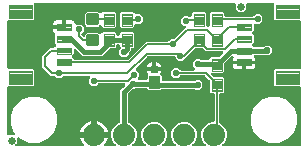
<source format=gtl>
G04 EAGLE Gerber RS-274X export*
G75*
%MOMM*%
%FSLAX34Y34*%
%LPD*%
%INTop Copper*%
%IPPOS*%
%AMOC8*
5,1,8,0,0,1.08239X$1,22.5*%
G01*
%ADD10C,0.635000*%
%ADD11C,0.096000*%
%ADD12C,0.102000*%
%ADD13C,0.100000*%
%ADD14C,0.300000*%
%ADD15C,1.879600*%
%ADD16C,0.558800*%
%ADD17C,0.406400*%
%ADD18C,0.152400*%

G36*
X66296Y2812D02*
X66296Y2812D01*
X66434Y2825D01*
X66453Y2832D01*
X66473Y2835D01*
X66602Y2886D01*
X66733Y2933D01*
X66750Y2944D01*
X66768Y2952D01*
X66881Y3033D01*
X66996Y3112D01*
X67010Y3127D01*
X67026Y3138D01*
X67115Y3246D01*
X67207Y3350D01*
X67216Y3368D01*
X67229Y3383D01*
X67288Y3509D01*
X67351Y3634D01*
X67356Y3653D01*
X67364Y3671D01*
X67390Y3808D01*
X67421Y3944D01*
X67420Y3964D01*
X67424Y3983D01*
X67415Y4122D01*
X67411Y4262D01*
X67405Y4281D01*
X67404Y4301D01*
X67361Y4433D01*
X67322Y4567D01*
X67312Y4584D01*
X67306Y4603D01*
X67231Y4721D01*
X67161Y4841D01*
X67142Y4862D01*
X67136Y4872D01*
X67121Y4886D01*
X67116Y4892D01*
X65989Y6443D01*
X65136Y8117D01*
X64555Y9904D01*
X64515Y10161D01*
X74930Y10161D01*
X75048Y10176D01*
X75167Y10183D01*
X75205Y10196D01*
X75245Y10201D01*
X75356Y10244D01*
X75469Y10281D01*
X75503Y10303D01*
X75541Y10318D01*
X75637Y10388D01*
X75738Y10451D01*
X75766Y10481D01*
X75798Y10504D01*
X75874Y10596D01*
X75956Y10683D01*
X75975Y10718D01*
X76001Y10749D01*
X76052Y10857D01*
X76109Y10961D01*
X76120Y11001D01*
X76137Y11037D01*
X76159Y11154D01*
X76189Y11269D01*
X76193Y11330D01*
X76197Y11350D01*
X76195Y11370D01*
X76199Y11430D01*
X76199Y12701D01*
X76201Y12701D01*
X76201Y11430D01*
X76216Y11312D01*
X76223Y11193D01*
X76236Y11155D01*
X76241Y11114D01*
X76285Y11004D01*
X76321Y10891D01*
X76343Y10856D01*
X76358Y10819D01*
X76428Y10723D01*
X76491Y10622D01*
X76521Y10594D01*
X76545Y10561D01*
X76636Y10486D01*
X76723Y10404D01*
X76758Y10384D01*
X76790Y10359D01*
X76897Y10308D01*
X77002Y10250D01*
X77041Y10240D01*
X77077Y10223D01*
X77194Y10201D01*
X77309Y10171D01*
X77370Y10167D01*
X77390Y10163D01*
X77410Y10165D01*
X77470Y10161D01*
X87885Y10161D01*
X87845Y9904D01*
X87264Y8117D01*
X86411Y6443D01*
X85248Y4842D01*
X85239Y4826D01*
X85171Y4745D01*
X85163Y4726D01*
X85151Y4711D01*
X85095Y4583D01*
X85036Y4457D01*
X85032Y4437D01*
X85024Y4419D01*
X85002Y4281D01*
X84976Y4144D01*
X84977Y4125D01*
X84974Y4105D01*
X84987Y3966D01*
X84996Y3827D01*
X85002Y3808D01*
X85004Y3788D01*
X85051Y3657D01*
X85094Y3525D01*
X85105Y3508D01*
X85111Y3489D01*
X85189Y3374D01*
X85264Y3256D01*
X85279Y3242D01*
X85290Y3226D01*
X85394Y3134D01*
X85496Y3038D01*
X85513Y3028D01*
X85528Y3015D01*
X85652Y2952D01*
X85774Y2884D01*
X85794Y2879D01*
X85811Y2870D01*
X85947Y2840D01*
X86082Y2805D01*
X86110Y2803D01*
X86122Y2801D01*
X86142Y2801D01*
X86243Y2795D01*
X93353Y2795D01*
X93491Y2812D01*
X93630Y2825D01*
X93649Y2832D01*
X93669Y2835D01*
X93798Y2886D01*
X93929Y2933D01*
X93946Y2944D01*
X93964Y2952D01*
X94077Y3033D01*
X94192Y3111D01*
X94205Y3127D01*
X94222Y3138D01*
X94311Y3246D01*
X94402Y3350D01*
X94412Y3368D01*
X94425Y3383D01*
X94484Y3509D01*
X94547Y3633D01*
X94551Y3653D01*
X94560Y3671D01*
X94586Y3808D01*
X94617Y3943D01*
X94616Y3964D01*
X94620Y3983D01*
X94611Y4122D01*
X94607Y4261D01*
X94601Y4281D01*
X94600Y4301D01*
X94557Y4433D01*
X94519Y4567D01*
X94508Y4584D01*
X94502Y4603D01*
X94427Y4721D01*
X94357Y4841D01*
X94339Y4862D01*
X94332Y4872D01*
X94317Y4886D01*
X94251Y4961D01*
X92555Y6657D01*
X90931Y10578D01*
X90931Y14822D01*
X92555Y18743D01*
X95557Y21745D01*
X97514Y22555D01*
X97539Y22570D01*
X97567Y22579D01*
X97677Y22648D01*
X97790Y22713D01*
X97811Y22733D01*
X97836Y22749D01*
X97925Y22844D01*
X98018Y22934D01*
X98034Y22959D01*
X98054Y22981D01*
X98117Y23094D01*
X98185Y23205D01*
X98193Y23233D01*
X98208Y23259D01*
X98240Y23385D01*
X98278Y23509D01*
X98280Y23539D01*
X98287Y23567D01*
X98297Y23728D01*
X98297Y50136D01*
X100603Y52442D01*
X100604Y52442D01*
X102382Y54221D01*
X102467Y54330D01*
X102556Y54437D01*
X102564Y54456D01*
X102577Y54472D01*
X102632Y54600D01*
X102691Y54725D01*
X102695Y54745D01*
X102703Y54764D01*
X102725Y54902D01*
X102751Y55038D01*
X102750Y55058D01*
X102753Y55078D01*
X102740Y55217D01*
X102731Y55355D01*
X102725Y55374D01*
X102723Y55394D01*
X102676Y55526D01*
X102633Y55657D01*
X102622Y55675D01*
X102615Y55694D01*
X102537Y55809D01*
X102463Y55926D01*
X102448Y55940D01*
X102437Y55957D01*
X102333Y56049D01*
X102231Y56144D01*
X102214Y56154D01*
X102198Y56167D01*
X102075Y56230D01*
X101953Y56298D01*
X101933Y56303D01*
X101915Y56312D01*
X101779Y56342D01*
X101645Y56377D01*
X101617Y56379D01*
X101605Y56382D01*
X101584Y56381D01*
X101484Y56387D01*
X80441Y56387D01*
X80343Y56375D01*
X80244Y56372D01*
X80186Y56355D01*
X80126Y56347D01*
X80034Y56311D01*
X79939Y56283D01*
X79887Y56253D01*
X79830Y56230D01*
X79750Y56172D01*
X79665Y56122D01*
X79589Y56056D01*
X79573Y56044D01*
X79565Y56034D01*
X79544Y56016D01*
X77884Y54355D01*
X74516Y54355D01*
X72135Y56736D01*
X72135Y60104D01*
X72602Y60571D01*
X72687Y60680D01*
X72776Y60787D01*
X72785Y60806D01*
X72797Y60822D01*
X72852Y60950D01*
X72912Y61075D01*
X72915Y61095D01*
X72923Y61114D01*
X72945Y61252D01*
X72971Y61388D01*
X72970Y61408D01*
X72973Y61428D01*
X72960Y61567D01*
X72952Y61705D01*
X72945Y61724D01*
X72943Y61744D01*
X72896Y61875D01*
X72854Y62007D01*
X72843Y62025D01*
X72836Y62044D01*
X72758Y62158D01*
X72683Y62276D01*
X72669Y62290D01*
X72657Y62307D01*
X72553Y62399D01*
X72452Y62494D01*
X72434Y62504D01*
X72419Y62517D01*
X72295Y62580D01*
X72173Y62648D01*
X72154Y62653D01*
X72136Y62662D01*
X72000Y62692D01*
X71865Y62727D01*
X71837Y62729D01*
X71825Y62732D01*
X71805Y62731D01*
X71705Y62737D01*
X50723Y62737D01*
X50625Y62725D01*
X50526Y62722D01*
X50468Y62705D01*
X50408Y62697D01*
X50316Y62661D01*
X50221Y62633D01*
X50169Y62603D01*
X50112Y62580D01*
X50032Y62522D01*
X49947Y62472D01*
X49871Y62406D01*
X49855Y62394D01*
X49847Y62384D01*
X49826Y62366D01*
X48166Y60705D01*
X44798Y60705D01*
X43138Y62366D01*
X43060Y62426D01*
X42988Y62494D01*
X42935Y62523D01*
X42887Y62560D01*
X42796Y62600D01*
X42709Y62648D01*
X42651Y62663D01*
X42595Y62687D01*
X42497Y62702D01*
X42401Y62727D01*
X42301Y62733D01*
X42281Y62737D01*
X42269Y62735D01*
X42241Y62737D01*
X39798Y62737D01*
X38236Y64300D01*
X33820Y68716D01*
X32257Y70278D01*
X32257Y79328D01*
X38862Y85933D01*
X41510Y85933D01*
X41628Y85948D01*
X41747Y85955D01*
X41785Y85968D01*
X41826Y85973D01*
X41936Y86016D01*
X42049Y86053D01*
X42084Y86075D01*
X42121Y86090D01*
X42217Y86159D01*
X42318Y86223D01*
X42346Y86253D01*
X42379Y86276D01*
X42455Y86368D01*
X42536Y86455D01*
X42556Y86490D01*
X42581Y86521D01*
X42632Y86629D01*
X42690Y86733D01*
X42700Y86773D01*
X42717Y86809D01*
X42739Y86926D01*
X42769Y87041D01*
X42773Y87101D01*
X42777Y87121D01*
X42776Y87125D01*
X43654Y88003D01*
X43727Y88097D01*
X43806Y88186D01*
X43824Y88222D01*
X43849Y88254D01*
X43896Y88363D01*
X43951Y88469D01*
X43959Y88508D01*
X43975Y88546D01*
X43994Y88663D01*
X44020Y88779D01*
X44019Y88820D01*
X44025Y88860D01*
X44014Y88978D01*
X44011Y89097D01*
X43999Y89136D01*
X43995Y89176D01*
X43955Y89288D01*
X43922Y89403D01*
X43902Y89438D01*
X43888Y89476D01*
X43821Y89574D01*
X43761Y89677D01*
X43721Y89722D01*
X43709Y89739D01*
X43694Y89752D01*
X43654Y89798D01*
X42779Y90672D01*
X42779Y97134D01*
X42829Y97199D01*
X42908Y97288D01*
X42926Y97324D01*
X42951Y97356D01*
X42998Y97465D01*
X43052Y97571D01*
X43061Y97610D01*
X43077Y97648D01*
X43096Y97765D01*
X43122Y97881D01*
X43121Y97922D01*
X43127Y97962D01*
X43116Y98080D01*
X43112Y98199D01*
X43101Y98238D01*
X43097Y98278D01*
X43057Y98390D01*
X43024Y98505D01*
X43004Y98540D01*
X42990Y98578D01*
X42923Y98676D01*
X42863Y98779D01*
X42823Y98824D01*
X42811Y98841D01*
X42796Y98854D01*
X42756Y98899D01*
X42119Y99537D01*
X41717Y100232D01*
X41509Y101008D01*
X41509Y102401D01*
X50570Y102401D01*
X50688Y102416D01*
X50807Y102423D01*
X50845Y102435D01*
X50885Y102441D01*
X50996Y102484D01*
X51109Y102521D01*
X51143Y102543D01*
X51181Y102558D01*
X51277Y102627D01*
X51378Y102691D01*
X51406Y102721D01*
X51438Y102744D01*
X51514Y102836D01*
X51596Y102923D01*
X51615Y102958D01*
X51641Y102989D01*
X51661Y103033D01*
X51737Y103088D01*
X51838Y103151D01*
X51866Y103181D01*
X51899Y103205D01*
X51975Y103296D01*
X52056Y103383D01*
X52076Y103418D01*
X52101Y103450D01*
X52152Y103557D01*
X52210Y103662D01*
X52220Y103701D01*
X52237Y103737D01*
X52259Y103854D01*
X52289Y103970D01*
X52293Y104030D01*
X52297Y104050D01*
X52295Y104070D01*
X52299Y104130D01*
X52299Y109441D01*
X57442Y109441D01*
X58218Y109233D01*
X58913Y108831D01*
X59481Y108263D01*
X59883Y107568D01*
X60073Y106859D01*
X60115Y106755D01*
X60150Y106649D01*
X60175Y106609D01*
X60193Y106565D01*
X60260Y106475D01*
X60320Y106380D01*
X60354Y106348D01*
X60382Y106310D01*
X60470Y106239D01*
X60551Y106162D01*
X60593Y106139D01*
X60629Y106109D01*
X60731Y106063D01*
X60830Y106008D01*
X60876Y105997D01*
X60918Y105977D01*
X61029Y105957D01*
X61138Y105929D01*
X61210Y105924D01*
X61231Y105921D01*
X61250Y105922D01*
X61299Y105919D01*
X64930Y105919D01*
X66493Y104356D01*
X66602Y104271D01*
X66709Y104182D01*
X66728Y104173D01*
X66744Y104161D01*
X66872Y104105D01*
X66997Y104046D01*
X67017Y104043D01*
X67036Y104035D01*
X67174Y104013D01*
X67310Y103987D01*
X67311Y103987D01*
X67311Y100170D01*
X65661Y98521D01*
X65588Y98426D01*
X65509Y98337D01*
X65491Y98301D01*
X65466Y98269D01*
X65419Y98160D01*
X65365Y98054D01*
X65356Y98015D01*
X65340Y97978D01*
X65321Y97860D01*
X65295Y97744D01*
X65296Y97703D01*
X65290Y97663D01*
X65301Y97545D01*
X65305Y97426D01*
X65316Y97387D01*
X65320Y97347D01*
X65360Y97235D01*
X65393Y97120D01*
X65414Y97086D01*
X65427Y97048D01*
X65494Y96949D01*
X65555Y96847D01*
X65594Y96801D01*
X65606Y96784D01*
X65621Y96771D01*
X65661Y96726D01*
X66493Y95894D01*
X66602Y95809D01*
X66709Y95720D01*
X66728Y95712D01*
X66744Y95699D01*
X66872Y95644D01*
X66997Y95585D01*
X67017Y95581D01*
X67036Y95573D01*
X67174Y95551D01*
X67310Y95525D01*
X67330Y95526D01*
X67350Y95523D01*
X67489Y95536D01*
X67627Y95545D01*
X67646Y95551D01*
X67666Y95553D01*
X67797Y95600D01*
X67929Y95643D01*
X67947Y95654D01*
X67966Y95660D01*
X68080Y95738D01*
X68198Y95813D01*
X68212Y95828D01*
X68229Y95839D01*
X68321Y95943D01*
X68416Y96045D01*
X68426Y96062D01*
X68439Y96077D01*
X68502Y96201D01*
X68570Y96323D01*
X68575Y96343D01*
X68584Y96361D01*
X68614Y96497D01*
X68649Y96631D01*
X68651Y96659D01*
X68654Y96671D01*
X68653Y96691D01*
X68659Y96792D01*
X68659Y97478D01*
X70282Y99101D01*
X79578Y99101D01*
X80463Y98216D01*
X80572Y98131D01*
X80679Y98042D01*
X80698Y98033D01*
X80714Y98021D01*
X80841Y97966D01*
X80967Y97906D01*
X80987Y97903D01*
X81006Y97895D01*
X81144Y97873D01*
X81280Y97847D01*
X81300Y97848D01*
X81320Y97845D01*
X81459Y97858D01*
X81597Y97866D01*
X81616Y97873D01*
X81636Y97875D01*
X81768Y97922D01*
X81899Y97964D01*
X81917Y97975D01*
X81936Y97982D01*
X82051Y98060D01*
X82168Y98135D01*
X82182Y98149D01*
X82199Y98161D01*
X82291Y98265D01*
X82386Y98366D01*
X82396Y98384D01*
X82409Y98399D01*
X82472Y98523D01*
X82540Y98645D01*
X82545Y98664D01*
X82554Y98682D01*
X82576Y98780D01*
X83667Y99871D01*
X94133Y99871D01*
X95171Y98833D01*
X95171Y97672D01*
X95186Y97554D01*
X95193Y97435D01*
X95206Y97397D01*
X95211Y97356D01*
X95254Y97246D01*
X95291Y97133D01*
X95313Y97098D01*
X95328Y97061D01*
X95397Y96965D01*
X95461Y96864D01*
X95491Y96836D01*
X95514Y96803D01*
X95606Y96727D01*
X95693Y96646D01*
X95728Y96626D01*
X95759Y96601D01*
X95867Y96550D01*
X95971Y96492D01*
X96011Y96482D01*
X96047Y96465D01*
X96164Y96443D01*
X96279Y96413D01*
X96339Y96409D01*
X96359Y96405D01*
X96380Y96407D01*
X96440Y96403D01*
X96600Y96403D01*
X96718Y96418D01*
X96837Y96425D01*
X96875Y96438D01*
X96916Y96443D01*
X97026Y96486D01*
X97139Y96523D01*
X97174Y96545D01*
X97211Y96560D01*
X97307Y96629D01*
X97408Y96693D01*
X97436Y96723D01*
X97469Y96746D01*
X97545Y96838D01*
X97626Y96925D01*
X97646Y96960D01*
X97671Y96991D01*
X97722Y97099D01*
X97780Y97203D01*
X97790Y97243D01*
X97807Y97279D01*
X97829Y97396D01*
X97859Y97511D01*
X97863Y97571D01*
X97867Y97591D01*
X97865Y97612D01*
X97869Y97672D01*
X97869Y98833D01*
X98907Y99871D01*
X109373Y99871D01*
X110411Y98833D01*
X110411Y87367D01*
X109373Y86329D01*
X108712Y86329D01*
X108594Y86314D01*
X108475Y86307D01*
X108437Y86294D01*
X108396Y86289D01*
X108286Y86246D01*
X108173Y86209D01*
X108138Y86187D01*
X108101Y86172D01*
X108005Y86103D01*
X107904Y86039D01*
X107876Y86009D01*
X107843Y85986D01*
X107767Y85894D01*
X107686Y85807D01*
X107666Y85772D01*
X107641Y85741D01*
X107590Y85633D01*
X107532Y85529D01*
X107522Y85489D01*
X107505Y85453D01*
X107483Y85336D01*
X107453Y85221D01*
X107449Y85161D01*
X107445Y85141D01*
X107447Y85120D01*
X107443Y85060D01*
X107443Y83722D01*
X106036Y82316D01*
X105976Y82237D01*
X105908Y82165D01*
X105879Y82112D01*
X105842Y82064D01*
X105802Y81973D01*
X105754Y81887D01*
X105739Y81828D01*
X105715Y81773D01*
X105700Y81675D01*
X105675Y81579D01*
X105669Y81479D01*
X105665Y81459D01*
X105667Y81446D01*
X105665Y81418D01*
X105665Y80866D01*
X103284Y78485D01*
X99916Y78485D01*
X97535Y80866D01*
X97535Y84234D01*
X98371Y85070D01*
X98444Y85163D01*
X98523Y85253D01*
X98541Y85289D01*
X98566Y85321D01*
X98613Y85430D01*
X98668Y85536D01*
X98676Y85576D01*
X98693Y85613D01*
X98711Y85731D01*
X98737Y85846D01*
X98736Y85887D01*
X98742Y85927D01*
X98731Y86045D01*
X98728Y86164D01*
X98716Y86203D01*
X98713Y86243D01*
X98672Y86355D01*
X98639Y86470D01*
X98619Y86505D01*
X98605Y86543D01*
X98538Y86641D01*
X98478Y86744D01*
X98438Y86789D01*
X98426Y86806D01*
X98411Y86819D01*
X98371Y86865D01*
X97869Y87367D01*
X97869Y88528D01*
X97854Y88646D01*
X97847Y88765D01*
X97834Y88803D01*
X97829Y88844D01*
X97786Y88954D01*
X97749Y89067D01*
X97727Y89102D01*
X97712Y89139D01*
X97643Y89235D01*
X97579Y89336D01*
X97549Y89364D01*
X97526Y89397D01*
X97434Y89473D01*
X97347Y89554D01*
X97312Y89574D01*
X97281Y89599D01*
X97173Y89650D01*
X97069Y89708D01*
X97029Y89718D01*
X96993Y89735D01*
X96876Y89757D01*
X96761Y89787D01*
X96701Y89791D01*
X96681Y89795D01*
X96660Y89793D01*
X96600Y89797D01*
X96440Y89797D01*
X96322Y89782D01*
X96203Y89775D01*
X96165Y89762D01*
X96124Y89757D01*
X96014Y89714D01*
X95901Y89677D01*
X95866Y89655D01*
X95829Y89640D01*
X95733Y89571D01*
X95632Y89507D01*
X95604Y89477D01*
X95571Y89454D01*
X95495Y89362D01*
X95414Y89275D01*
X95394Y89240D01*
X95369Y89209D01*
X95318Y89101D01*
X95260Y88997D01*
X95250Y88957D01*
X95233Y88921D01*
X95211Y88804D01*
X95181Y88689D01*
X95177Y88629D01*
X95173Y88609D01*
X95175Y88588D01*
X95171Y88528D01*
X95171Y87367D01*
X94133Y86329D01*
X90256Y86329D01*
X90158Y86317D01*
X90059Y86314D01*
X90000Y86297D01*
X89940Y86289D01*
X89848Y86253D01*
X89753Y86225D01*
X89701Y86195D01*
X89645Y86172D01*
X89565Y86114D01*
X89479Y86064D01*
X89404Y85998D01*
X89387Y85986D01*
X89379Y85976D01*
X89358Y85958D01*
X82648Y79247D01*
X66450Y79247D01*
X60987Y84710D01*
X60878Y84795D01*
X60771Y84884D01*
X60752Y84892D01*
X60736Y84905D01*
X60608Y84960D01*
X60483Y85019D01*
X60463Y85023D01*
X60444Y85031D01*
X60306Y85053D01*
X60170Y85079D01*
X60150Y85078D01*
X60130Y85081D01*
X59991Y85068D01*
X59853Y85059D01*
X59834Y85053D01*
X59814Y85051D01*
X59682Y85004D01*
X59551Y84961D01*
X59533Y84950D01*
X59514Y84943D01*
X59399Y84865D01*
X59282Y84791D01*
X59268Y84776D01*
X59251Y84765D01*
X59159Y84661D01*
X59064Y84559D01*
X59054Y84542D01*
X59041Y84526D01*
X58977Y84402D01*
X58910Y84281D01*
X58905Y84261D01*
X58896Y84243D01*
X58866Y84107D01*
X58831Y83973D01*
X58829Y83945D01*
X58826Y83933D01*
X58827Y83912D01*
X58821Y83812D01*
X58821Y80672D01*
X57946Y79798D01*
X57873Y79704D01*
X57794Y79614D01*
X57776Y79578D01*
X57751Y79546D01*
X57704Y79437D01*
X57649Y79331D01*
X57641Y79292D01*
X57625Y79254D01*
X57606Y79137D01*
X57580Y79021D01*
X57581Y78980D01*
X57575Y78940D01*
X57586Y78822D01*
X57589Y78703D01*
X57601Y78664D01*
X57605Y78624D01*
X57645Y78511D01*
X57678Y78397D01*
X57698Y78363D01*
X57712Y78324D01*
X57779Y78226D01*
X57839Y78123D01*
X57879Y78078D01*
X57891Y78061D01*
X57906Y78048D01*
X57946Y78003D01*
X58831Y77117D01*
X58836Y77084D01*
X58843Y76965D01*
X58856Y76927D01*
X58861Y76886D01*
X58904Y76776D01*
X58941Y76663D01*
X58963Y76628D01*
X58978Y76591D01*
X59047Y76495D01*
X59111Y76394D01*
X59141Y76366D01*
X59164Y76333D01*
X59256Y76257D01*
X59343Y76176D01*
X59378Y76156D01*
X59409Y76131D01*
X59517Y76080D01*
X59621Y76022D01*
X59661Y76012D01*
X59697Y75995D01*
X59814Y75973D01*
X59929Y75943D01*
X59989Y75939D01*
X60009Y75935D01*
X60030Y75937D01*
X60090Y75933D01*
X104282Y75933D01*
X104380Y75945D01*
X104479Y75948D01*
X104538Y75965D01*
X104598Y75973D01*
X104690Y76009D01*
X104785Y76037D01*
X104837Y76067D01*
X104893Y76090D01*
X104974Y76148D01*
X105059Y76198D01*
X105134Y76264D01*
X105151Y76276D01*
X105159Y76286D01*
X105180Y76304D01*
X120316Y91441D01*
X138507Y91441D01*
X138605Y91453D01*
X138704Y91456D01*
X138762Y91473D01*
X138822Y91481D01*
X138914Y91517D01*
X139009Y91545D01*
X139061Y91575D01*
X139118Y91598D01*
X139198Y91656D01*
X139283Y91706D01*
X139359Y91772D01*
X139375Y91784D01*
X139383Y91794D01*
X139404Y91812D01*
X141064Y93473D01*
X143412Y93473D01*
X143510Y93485D01*
X143609Y93488D01*
X143668Y93505D01*
X143728Y93513D01*
X143820Y93549D01*
X143915Y93577D01*
X143967Y93607D01*
X144023Y93630D01*
X144104Y93688D01*
X144189Y93738D01*
X144264Y93804D01*
X144281Y93816D01*
X144289Y93826D01*
X144310Y93844D01*
X153454Y102989D01*
X153539Y103098D01*
X153628Y103205D01*
X153636Y103224D01*
X153649Y103240D01*
X153704Y103368D01*
X153763Y103493D01*
X153767Y103513D01*
X153775Y103532D01*
X153797Y103670D01*
X153823Y103806D01*
X153822Y103826D01*
X153825Y103846D01*
X153812Y103985D01*
X153803Y104123D01*
X153797Y104142D01*
X153795Y104162D01*
X153748Y104294D01*
X153705Y104425D01*
X153694Y104443D01*
X153688Y104462D01*
X153609Y104577D01*
X153535Y104694D01*
X153520Y104708D01*
X153509Y104725D01*
X153405Y104817D01*
X153303Y104912D01*
X153286Y104922D01*
X153271Y104935D01*
X153147Y104999D01*
X153025Y105066D01*
X153005Y105071D01*
X152987Y105080D01*
X152851Y105110D01*
X152717Y105145D01*
X152689Y105147D01*
X152677Y105150D01*
X152657Y105149D01*
X152556Y105155D01*
X152240Y105155D01*
X149859Y107536D01*
X149859Y110904D01*
X152240Y113285D01*
X155608Y113285D01*
X156388Y112504D01*
X156466Y112444D01*
X156538Y112376D01*
X156591Y112347D01*
X156639Y112310D01*
X156730Y112270D01*
X156817Y112222D01*
X156875Y112207D01*
X156931Y112183D01*
X157029Y112168D01*
X157125Y112143D01*
X157225Y112137D01*
X157245Y112133D01*
X157257Y112135D01*
X157285Y112133D01*
X157560Y112133D01*
X157678Y112148D01*
X157797Y112155D01*
X157835Y112168D01*
X157876Y112173D01*
X157986Y112216D01*
X158099Y112253D01*
X158134Y112275D01*
X158171Y112290D01*
X158267Y112359D01*
X158368Y112423D01*
X158396Y112453D01*
X158429Y112476D01*
X158505Y112568D01*
X158586Y112655D01*
X158606Y112690D01*
X158631Y112721D01*
X158682Y112829D01*
X158740Y112933D01*
X158750Y112973D01*
X158767Y113009D01*
X158789Y113126D01*
X158819Y113241D01*
X158823Y113301D01*
X158827Y113321D01*
X158825Y113342D01*
X158829Y113402D01*
X158829Y115833D01*
X159867Y116871D01*
X170333Y116871D01*
X171371Y115833D01*
X171371Y104902D01*
X171386Y104784D01*
X171393Y104665D01*
X171406Y104627D01*
X171411Y104586D01*
X171454Y104476D01*
X171491Y104363D01*
X171513Y104328D01*
X171528Y104291D01*
X171597Y104195D01*
X171661Y104094D01*
X171691Y104066D01*
X171714Y104033D01*
X171806Y103957D01*
X171893Y103876D01*
X171928Y103856D01*
X171959Y103831D01*
X172067Y103780D01*
X172171Y103722D01*
X172211Y103712D01*
X172247Y103695D01*
X172364Y103673D01*
X172479Y103643D01*
X172539Y103639D01*
X172559Y103635D01*
X172580Y103637D01*
X172640Y103633D01*
X172800Y103633D01*
X172918Y103648D01*
X173037Y103655D01*
X173075Y103668D01*
X173116Y103673D01*
X173226Y103716D01*
X173339Y103753D01*
X173374Y103775D01*
X173411Y103790D01*
X173507Y103859D01*
X173608Y103923D01*
X173636Y103953D01*
X173669Y103976D01*
X173745Y104068D01*
X173826Y104155D01*
X173846Y104190D01*
X173871Y104221D01*
X173922Y104329D01*
X173980Y104433D01*
X173990Y104473D01*
X174007Y104509D01*
X174029Y104626D01*
X174059Y104741D01*
X174063Y104801D01*
X174067Y104821D01*
X174065Y104842D01*
X174069Y104902D01*
X174069Y115833D01*
X175107Y116871D01*
X185573Y116871D01*
X186611Y115833D01*
X186611Y113792D01*
X186626Y113674D01*
X186633Y113555D01*
X186646Y113517D01*
X186651Y113476D01*
X186694Y113366D01*
X186731Y113253D01*
X186753Y113218D01*
X186768Y113181D01*
X186837Y113085D01*
X186901Y112984D01*
X186931Y112956D01*
X186954Y112923D01*
X187046Y112847D01*
X187133Y112766D01*
X187168Y112746D01*
X187199Y112721D01*
X187307Y112670D01*
X187411Y112612D01*
X187451Y112602D01*
X187487Y112585D01*
X187604Y112563D01*
X187719Y112533D01*
X187779Y112529D01*
X187799Y112525D01*
X187820Y112527D01*
X187880Y112523D01*
X210389Y112523D01*
X210487Y112535D01*
X210586Y112538D01*
X210644Y112555D01*
X210704Y112563D01*
X210796Y112599D01*
X210891Y112627D01*
X210943Y112657D01*
X211000Y112680D01*
X211080Y112738D01*
X211165Y112788D01*
X211241Y112854D01*
X211257Y112866D01*
X211265Y112876D01*
X211286Y112894D01*
X212946Y114555D01*
X216314Y114555D01*
X218695Y112174D01*
X218695Y108806D01*
X216314Y106425D01*
X212490Y106425D01*
X212372Y106410D01*
X212253Y106403D01*
X212215Y106390D01*
X212174Y106385D01*
X212064Y106342D01*
X211951Y106305D01*
X211916Y106283D01*
X211879Y106268D01*
X211783Y106199D01*
X211682Y106135D01*
X211654Y106105D01*
X211621Y106082D01*
X211545Y105990D01*
X211464Y105903D01*
X211444Y105868D01*
X211419Y105837D01*
X211368Y105729D01*
X211310Y105625D01*
X211300Y105585D01*
X211283Y105549D01*
X211261Y105432D01*
X211231Y105317D01*
X211227Y105257D01*
X211223Y105237D01*
X211225Y105216D01*
X211221Y105156D01*
X211221Y100672D01*
X210346Y99797D01*
X210273Y99703D01*
X210194Y99614D01*
X210176Y99578D01*
X210151Y99546D01*
X210104Y99437D01*
X210049Y99331D01*
X210041Y99292D01*
X210025Y99254D01*
X210006Y99137D01*
X209980Y99021D01*
X209981Y98980D01*
X209975Y98940D01*
X209986Y98822D01*
X209989Y98703D01*
X210001Y98664D01*
X210005Y98624D01*
X210045Y98512D01*
X210078Y98397D01*
X210098Y98362D01*
X210112Y98324D01*
X210179Y98226D01*
X210239Y98123D01*
X210279Y98078D01*
X210291Y98061D01*
X210306Y98048D01*
X210346Y98002D01*
X211221Y97128D01*
X211221Y90672D01*
X210346Y89797D01*
X210273Y89703D01*
X210194Y89614D01*
X210176Y89578D01*
X210151Y89546D01*
X210104Y89437D01*
X210049Y89331D01*
X210041Y89292D01*
X210025Y89254D01*
X210006Y89137D01*
X209980Y89021D01*
X209981Y88980D01*
X209975Y88940D01*
X209986Y88822D01*
X209989Y88703D01*
X210001Y88664D01*
X210005Y88624D01*
X210045Y88511D01*
X210078Y88397D01*
X210098Y88362D01*
X210112Y88324D01*
X210179Y88226D01*
X210239Y88123D01*
X210279Y88078D01*
X210291Y88061D01*
X210306Y88048D01*
X210346Y88002D01*
X210774Y87574D01*
X210852Y87514D01*
X210924Y87446D01*
X210977Y87417D01*
X211025Y87380D01*
X211116Y87340D01*
X211203Y87292D01*
X211261Y87277D01*
X211317Y87253D01*
X211415Y87238D01*
X211511Y87213D01*
X211611Y87207D01*
X211631Y87203D01*
X211643Y87205D01*
X211671Y87203D01*
X219867Y87203D01*
X219965Y87215D01*
X220064Y87218D01*
X220122Y87235D01*
X220182Y87243D01*
X220274Y87279D01*
X220369Y87307D01*
X220422Y87337D01*
X220478Y87360D01*
X220558Y87418D01*
X220643Y87468D01*
X220719Y87534D01*
X220735Y87546D01*
X220743Y87556D01*
X220764Y87575D01*
X221328Y88139D01*
X224696Y88139D01*
X227077Y85758D01*
X227077Y82390D01*
X224696Y80009D01*
X221328Y80009D01*
X221112Y80225D01*
X221034Y80286D01*
X220962Y80354D01*
X220909Y80383D01*
X220861Y80420D01*
X220770Y80460D01*
X220683Y80508D01*
X220625Y80523D01*
X220569Y80547D01*
X220471Y80562D01*
X220375Y80587D01*
X220275Y80593D01*
X220255Y80597D01*
X220243Y80595D01*
X220215Y80597D01*
X212611Y80597D01*
X212473Y80580D01*
X212335Y80567D01*
X212316Y80560D01*
X212296Y80557D01*
X212167Y80506D01*
X212036Y80459D01*
X212019Y80448D01*
X212000Y80440D01*
X211888Y80359D01*
X211773Y80281D01*
X211759Y80265D01*
X211743Y80254D01*
X211654Y80146D01*
X211562Y80042D01*
X211553Y80024D01*
X211540Y80009D01*
X211481Y79883D01*
X211417Y79759D01*
X211413Y79739D01*
X211404Y79721D01*
X211378Y79585D01*
X211348Y79449D01*
X211348Y79428D01*
X211345Y79409D01*
X211353Y79269D01*
X211358Y79131D01*
X211363Y79111D01*
X211364Y79091D01*
X211407Y78959D01*
X211446Y78825D01*
X211456Y78808D01*
X211462Y78789D01*
X211537Y78671D01*
X211608Y78551D01*
X211626Y78530D01*
X211633Y78520D01*
X211648Y78506D01*
X211714Y78430D01*
X211881Y78263D01*
X212283Y77568D01*
X212491Y76792D01*
X212491Y75399D01*
X203430Y75399D01*
X203312Y75384D01*
X203193Y75377D01*
X203186Y75375D01*
X203130Y75389D01*
X203070Y75393D01*
X203050Y75397D01*
X203030Y75395D01*
X202970Y75399D01*
X193909Y75399D01*
X193909Y76792D01*
X194117Y77568D01*
X194131Y77591D01*
X194190Y77732D01*
X194250Y77872D01*
X194252Y77878D01*
X194254Y77885D01*
X194276Y78035D01*
X194300Y78186D01*
X194300Y78192D01*
X194301Y78199D01*
X194285Y78350D01*
X194271Y78502D01*
X194268Y78509D01*
X194268Y78515D01*
X194215Y78657D01*
X194163Y78802D01*
X194159Y78807D01*
X194157Y78814D01*
X194069Y78939D01*
X193984Y79065D01*
X193979Y79069D01*
X193975Y79075D01*
X193859Y79175D01*
X193746Y79275D01*
X193740Y79278D01*
X193735Y79283D01*
X193598Y79351D01*
X193463Y79420D01*
X193456Y79421D01*
X193450Y79424D01*
X193300Y79456D01*
X193152Y79489D01*
X193146Y79489D01*
X193139Y79491D01*
X192986Y79484D01*
X192834Y79480D01*
X192828Y79478D01*
X192821Y79478D01*
X192674Y79433D01*
X192529Y79391D01*
X192523Y79388D01*
X192517Y79386D01*
X192385Y79306D01*
X192255Y79230D01*
X192248Y79224D01*
X192244Y79222D01*
X192237Y79214D01*
X192134Y79123D01*
X186982Y73972D01*
X186922Y73893D01*
X186854Y73821D01*
X186825Y73768D01*
X186788Y73720D01*
X186748Y73629D01*
X186700Y73543D01*
X186685Y73484D01*
X186661Y73429D01*
X186646Y73331D01*
X186621Y73235D01*
X186615Y73135D01*
X186611Y73114D01*
X186613Y73102D01*
X186611Y73074D01*
X186611Y66267D01*
X185573Y65229D01*
X176676Y65229D01*
X176538Y65212D01*
X176399Y65199D01*
X176380Y65192D01*
X176360Y65189D01*
X176231Y65138D01*
X176100Y65091D01*
X176083Y65080D01*
X176064Y65072D01*
X175952Y64991D01*
X175837Y64913D01*
X175824Y64897D01*
X175807Y64886D01*
X175718Y64778D01*
X175626Y64674D01*
X175617Y64656D01*
X175604Y64641D01*
X175545Y64515D01*
X175482Y64391D01*
X175477Y64371D01*
X175469Y64353D01*
X175443Y64216D01*
X175412Y64081D01*
X175413Y64060D01*
X175409Y64041D01*
X175418Y63902D01*
X175422Y63763D01*
X175427Y63743D01*
X175429Y63723D01*
X175471Y63591D01*
X175510Y63457D01*
X175521Y63440D01*
X175527Y63421D01*
X175601Y63303D01*
X175672Y63183D01*
X175690Y63162D01*
X175697Y63152D01*
X175712Y63138D01*
X175778Y63063D01*
X176698Y62142D01*
X176776Y62082D01*
X176849Y62014D01*
X176902Y61985D01*
X176950Y61948D01*
X177040Y61908D01*
X177127Y61860D01*
X177186Y61845D01*
X177241Y61821D01*
X177339Y61806D01*
X177435Y61781D01*
X177535Y61775D01*
X177555Y61771D01*
X177568Y61773D01*
X177596Y61771D01*
X185573Y61771D01*
X186611Y60733D01*
X186611Y49267D01*
X185573Y48229D01*
X183642Y48229D01*
X183524Y48214D01*
X183405Y48207D01*
X183367Y48194D01*
X183326Y48189D01*
X183216Y48146D01*
X183103Y48109D01*
X183068Y48087D01*
X183031Y48072D01*
X182935Y48003D01*
X182834Y47939D01*
X182806Y47909D01*
X182773Y47886D01*
X182697Y47794D01*
X182616Y47707D01*
X182596Y47672D01*
X182571Y47641D01*
X182520Y47533D01*
X182462Y47429D01*
X182452Y47389D01*
X182435Y47353D01*
X182413Y47236D01*
X182383Y47121D01*
X182379Y47061D01*
X182375Y47041D01*
X182377Y47020D01*
X182373Y46960D01*
X182373Y23202D01*
X182376Y23173D01*
X182374Y23143D01*
X182396Y23015D01*
X182413Y22886D01*
X182423Y22859D01*
X182428Y22830D01*
X182482Y22711D01*
X182530Y22591D01*
X182547Y22567D01*
X182559Y22540D01*
X182640Y22438D01*
X182716Y22333D01*
X182739Y22314D01*
X182758Y22291D01*
X182861Y22213D01*
X182961Y22130D01*
X182988Y22118D01*
X183012Y22100D01*
X183156Y22029D01*
X183843Y21745D01*
X186845Y18743D01*
X188469Y14822D01*
X188469Y10578D01*
X186845Y6657D01*
X185149Y4961D01*
X185064Y4852D01*
X184975Y4745D01*
X184967Y4726D01*
X184954Y4710D01*
X184899Y4582D01*
X184840Y4457D01*
X184836Y4437D01*
X184828Y4418D01*
X184806Y4280D01*
X184780Y4144D01*
X184781Y4124D01*
X184778Y4104D01*
X184791Y3965D01*
X184800Y3827D01*
X184806Y3808D01*
X184808Y3788D01*
X184855Y3656D01*
X184898Y3525D01*
X184909Y3507D01*
X184916Y3488D01*
X184994Y3373D01*
X185068Y3256D01*
X185083Y3242D01*
X185094Y3225D01*
X185198Y3133D01*
X185300Y3038D01*
X185317Y3028D01*
X185333Y3015D01*
X185457Y2951D01*
X185578Y2884D01*
X185598Y2879D01*
X185616Y2870D01*
X185752Y2840D01*
X185886Y2805D01*
X185914Y2803D01*
X185926Y2800D01*
X185947Y2801D01*
X186047Y2795D01*
X249936Y2795D01*
X250054Y2810D01*
X250173Y2817D01*
X250211Y2830D01*
X250252Y2835D01*
X250362Y2878D01*
X250475Y2915D01*
X250510Y2937D01*
X250547Y2952D01*
X250643Y3021D01*
X250744Y3085D01*
X250772Y3115D01*
X250805Y3138D01*
X250881Y3230D01*
X250962Y3317D01*
X250982Y3352D01*
X251007Y3383D01*
X251058Y3491D01*
X251116Y3595D01*
X251126Y3635D01*
X251143Y3671D01*
X251165Y3788D01*
X251195Y3903D01*
X251199Y3963D01*
X251203Y3983D01*
X251201Y4004D01*
X251205Y4064D01*
X251205Y52360D01*
X251190Y52478D01*
X251183Y52597D01*
X251170Y52635D01*
X251165Y52676D01*
X251122Y52786D01*
X251085Y52899D01*
X251063Y52934D01*
X251048Y52971D01*
X250979Y53067D01*
X250915Y53168D01*
X250885Y53196D01*
X250862Y53229D01*
X250770Y53305D01*
X250683Y53386D01*
X250648Y53406D01*
X250617Y53431D01*
X250509Y53482D01*
X250405Y53540D01*
X250365Y53550D01*
X250329Y53567D01*
X250212Y53589D01*
X250097Y53619D01*
X250037Y53623D01*
X250017Y53627D01*
X249996Y53625D01*
X249936Y53629D01*
X229705Y53629D01*
X228679Y54655D01*
X228679Y67145D01*
X229705Y68171D01*
X249936Y68171D01*
X250054Y68186D01*
X250173Y68193D01*
X250211Y68206D01*
X250252Y68211D01*
X250362Y68254D01*
X250475Y68291D01*
X250510Y68313D01*
X250547Y68328D01*
X250643Y68397D01*
X250744Y68461D01*
X250772Y68491D01*
X250805Y68514D01*
X250881Y68606D01*
X250962Y68693D01*
X250982Y68728D01*
X251007Y68759D01*
X251058Y68867D01*
X251116Y68971D01*
X251126Y69011D01*
X251143Y69047D01*
X251165Y69164D01*
X251195Y69279D01*
X251199Y69339D01*
X251203Y69359D01*
X251201Y69380D01*
X251205Y69440D01*
X251205Y108360D01*
X251190Y108478D01*
X251183Y108597D01*
X251170Y108635D01*
X251165Y108676D01*
X251122Y108786D01*
X251085Y108899D01*
X251063Y108934D01*
X251048Y108971D01*
X250979Y109067D01*
X250915Y109168D01*
X250885Y109196D01*
X250862Y109229D01*
X250770Y109305D01*
X250683Y109386D01*
X250648Y109406D01*
X250617Y109431D01*
X250509Y109482D01*
X250405Y109540D01*
X250365Y109550D01*
X250329Y109567D01*
X250212Y109589D01*
X250097Y109619D01*
X250037Y109623D01*
X250017Y109627D01*
X249996Y109625D01*
X249936Y109629D01*
X229705Y109629D01*
X228679Y110655D01*
X228679Y122936D01*
X228664Y123054D01*
X228657Y123173D01*
X228644Y123211D01*
X228639Y123252D01*
X228596Y123362D01*
X228559Y123475D01*
X228537Y123510D01*
X228522Y123547D01*
X228453Y123643D01*
X228389Y123744D01*
X228359Y123772D01*
X228336Y123805D01*
X228244Y123881D01*
X228157Y123962D01*
X228122Y123982D01*
X228091Y124007D01*
X227983Y124058D01*
X227879Y124116D01*
X227839Y124126D01*
X227803Y124143D01*
X227686Y124165D01*
X227571Y124195D01*
X227511Y124199D01*
X227491Y124203D01*
X227470Y124201D01*
X227410Y124205D01*
X206375Y124205D01*
X206257Y124190D01*
X206138Y124183D01*
X206100Y124170D01*
X206059Y124165D01*
X205949Y124122D01*
X205836Y124085D01*
X205801Y124063D01*
X205764Y124048D01*
X205668Y123979D01*
X205567Y123915D01*
X205539Y123885D01*
X205506Y123862D01*
X205430Y123770D01*
X205349Y123683D01*
X205329Y123648D01*
X205304Y123617D01*
X205253Y123509D01*
X205195Y123405D01*
X205185Y123365D01*
X205168Y123329D01*
X205146Y123212D01*
X205116Y123097D01*
X205112Y123037D01*
X205108Y123017D01*
X205110Y122996D01*
X205106Y122936D01*
X205106Y118809D01*
X202501Y116204D01*
X198819Y116204D01*
X196214Y118809D01*
X196214Y122936D01*
X196199Y123054D01*
X196192Y123173D01*
X196179Y123211D01*
X196174Y123252D01*
X196131Y123362D01*
X196094Y123475D01*
X196072Y123510D01*
X196057Y123547D01*
X195988Y123643D01*
X195924Y123744D01*
X195894Y123772D01*
X195871Y123805D01*
X195779Y123881D01*
X195692Y123962D01*
X195657Y123982D01*
X195626Y124007D01*
X195518Y124058D01*
X195414Y124116D01*
X195374Y124126D01*
X195338Y124143D01*
X195221Y124165D01*
X195106Y124195D01*
X195046Y124199D01*
X195026Y124203D01*
X195005Y124201D01*
X194945Y124205D01*
X26590Y124205D01*
X26472Y124190D01*
X26353Y124183D01*
X26315Y124170D01*
X26274Y124165D01*
X26164Y124122D01*
X26051Y124085D01*
X26016Y124063D01*
X25979Y124048D01*
X25883Y123979D01*
X25782Y123915D01*
X25754Y123885D01*
X25721Y123862D01*
X25645Y123770D01*
X25564Y123683D01*
X25544Y123648D01*
X25519Y123617D01*
X25468Y123509D01*
X25410Y123405D01*
X25400Y123365D01*
X25383Y123329D01*
X25361Y123212D01*
X25331Y123097D01*
X25327Y123037D01*
X25323Y123017D01*
X25325Y122996D01*
X25321Y122936D01*
X25321Y110655D01*
X24295Y109629D01*
X4064Y109629D01*
X3946Y109614D01*
X3827Y109607D01*
X3789Y109594D01*
X3748Y109589D01*
X3638Y109546D01*
X3525Y109509D01*
X3490Y109487D01*
X3453Y109472D01*
X3357Y109403D01*
X3256Y109339D01*
X3228Y109309D01*
X3195Y109286D01*
X3119Y109194D01*
X3038Y109107D01*
X3018Y109072D01*
X2993Y109041D01*
X2942Y108933D01*
X2884Y108829D01*
X2874Y108789D01*
X2857Y108753D01*
X2835Y108636D01*
X2805Y108521D01*
X2801Y108461D01*
X2797Y108441D01*
X2799Y108420D01*
X2795Y108360D01*
X2795Y69440D01*
X2810Y69322D01*
X2817Y69203D01*
X2830Y69165D01*
X2835Y69124D01*
X2878Y69014D01*
X2915Y68901D01*
X2937Y68866D01*
X2952Y68829D01*
X3021Y68733D01*
X3085Y68632D01*
X3115Y68604D01*
X3138Y68571D01*
X3230Y68495D01*
X3317Y68414D01*
X3352Y68394D01*
X3383Y68369D01*
X3491Y68318D01*
X3595Y68260D01*
X3635Y68250D01*
X3671Y68233D01*
X3788Y68211D01*
X3903Y68181D01*
X3963Y68177D01*
X3983Y68173D01*
X4004Y68175D01*
X4064Y68171D01*
X24295Y68171D01*
X25321Y67145D01*
X25321Y54655D01*
X24295Y53629D01*
X4064Y53629D01*
X3946Y53614D01*
X3827Y53607D01*
X3789Y53594D01*
X3748Y53589D01*
X3638Y53546D01*
X3525Y53509D01*
X3490Y53487D01*
X3453Y53472D01*
X3357Y53403D01*
X3256Y53339D01*
X3228Y53309D01*
X3195Y53286D01*
X3119Y53194D01*
X3038Y53107D01*
X3018Y53072D01*
X2993Y53041D01*
X2942Y52933D01*
X2884Y52829D01*
X2874Y52789D01*
X2857Y52753D01*
X2835Y52636D01*
X2805Y52521D01*
X2801Y52461D01*
X2797Y52441D01*
X2799Y52420D01*
X2795Y52360D01*
X2795Y13335D01*
X2810Y13217D01*
X2817Y13098D01*
X2830Y13060D01*
X2835Y13019D01*
X2878Y12909D01*
X2915Y12796D01*
X2937Y12761D01*
X2952Y12724D01*
X3021Y12628D01*
X3085Y12527D01*
X3115Y12499D01*
X3138Y12466D01*
X3230Y12390D01*
X3317Y12309D01*
X3352Y12289D01*
X3383Y12264D01*
X3491Y12213D01*
X3595Y12155D01*
X3635Y12145D01*
X3671Y12128D01*
X3788Y12106D01*
X3903Y12076D01*
X3963Y12072D01*
X3983Y12068D01*
X4004Y12070D01*
X4064Y12066D01*
X8010Y12066D01*
X8148Y12083D01*
X8286Y12096D01*
X8305Y12103D01*
X8325Y12106D01*
X8454Y12157D01*
X8586Y12204D01*
X8602Y12215D01*
X8621Y12223D01*
X8734Y12304D01*
X8849Y12382D01*
X8862Y12398D01*
X8878Y12409D01*
X8967Y12517D01*
X9059Y12621D01*
X9068Y12639D01*
X9081Y12654D01*
X9140Y12780D01*
X9204Y12904D01*
X9208Y12924D01*
X9217Y12942D01*
X9243Y13079D01*
X9273Y13214D01*
X9273Y13235D01*
X9277Y13254D01*
X9268Y13393D01*
X9264Y13532D01*
X9258Y13552D01*
X9257Y13572D01*
X9214Y13704D01*
X9175Y13838D01*
X9165Y13855D01*
X9159Y13874D01*
X9084Y13992D01*
X9014Y14112D01*
X8995Y14133D01*
X8989Y14143D01*
X8974Y14157D01*
X8907Y14233D01*
X8819Y14321D01*
X5841Y21509D01*
X5841Y29291D01*
X8819Y36479D01*
X14321Y41981D01*
X21509Y44959D01*
X29291Y44959D01*
X36479Y41981D01*
X41981Y36479D01*
X44959Y29291D01*
X44959Y21509D01*
X41981Y14321D01*
X36479Y8819D01*
X29291Y5841D01*
X21509Y5841D01*
X14321Y8819D01*
X12962Y10177D01*
X12853Y10262D01*
X12746Y10351D01*
X12727Y10360D01*
X12711Y10372D01*
X12584Y10427D01*
X12458Y10487D01*
X12438Y10491D01*
X12419Y10499D01*
X12281Y10521D01*
X12145Y10547D01*
X12125Y10545D01*
X12105Y10548D01*
X11966Y10535D01*
X11828Y10527D01*
X11809Y10521D01*
X11789Y10519D01*
X11657Y10471D01*
X11526Y10429D01*
X11508Y10418D01*
X11489Y10411D01*
X11374Y10333D01*
X11257Y10259D01*
X11243Y10244D01*
X11226Y10232D01*
X11134Y10128D01*
X11039Y10027D01*
X11029Y10009D01*
X11016Y9994D01*
X10952Y9870D01*
X10885Y9748D01*
X10880Y9729D01*
X10871Y9711D01*
X10841Y9575D01*
X10806Y9441D01*
X10804Y9412D01*
X10801Y9400D01*
X10802Y9380D01*
X10796Y9280D01*
X10796Y5778D01*
X9979Y4961D01*
X9894Y4852D01*
X9805Y4745D01*
X9796Y4726D01*
X9784Y4710D01*
X9729Y4583D01*
X9669Y4457D01*
X9665Y4437D01*
X9657Y4418D01*
X9635Y4280D01*
X9609Y4144D01*
X9611Y4124D01*
X9608Y4104D01*
X9621Y3965D01*
X9629Y3827D01*
X9635Y3808D01*
X9637Y3788D01*
X9685Y3656D01*
X9727Y3525D01*
X9738Y3507D01*
X9745Y3488D01*
X9823Y3373D01*
X9897Y3256D01*
X9912Y3242D01*
X9924Y3225D01*
X10028Y3133D01*
X10129Y3038D01*
X10147Y3028D01*
X10162Y3015D01*
X10286Y2952D01*
X10408Y2884D01*
X10427Y2879D01*
X10445Y2870D01*
X10581Y2840D01*
X10715Y2805D01*
X10744Y2803D01*
X10756Y2800D01*
X10776Y2801D01*
X10876Y2795D01*
X66157Y2795D01*
X66296Y2812D01*
G37*
G36*
X118891Y2812D02*
X118891Y2812D01*
X119030Y2825D01*
X119049Y2832D01*
X119069Y2835D01*
X119198Y2886D01*
X119329Y2933D01*
X119346Y2944D01*
X119364Y2952D01*
X119477Y3033D01*
X119592Y3111D01*
X119605Y3127D01*
X119622Y3138D01*
X119711Y3246D01*
X119802Y3350D01*
X119812Y3368D01*
X119825Y3383D01*
X119884Y3509D01*
X119947Y3633D01*
X119951Y3653D01*
X119960Y3671D01*
X119986Y3808D01*
X120017Y3943D01*
X120016Y3964D01*
X120020Y3983D01*
X120011Y4122D01*
X120007Y4261D01*
X120001Y4281D01*
X120000Y4301D01*
X119957Y4433D01*
X119919Y4567D01*
X119908Y4584D01*
X119902Y4603D01*
X119827Y4721D01*
X119757Y4841D01*
X119739Y4862D01*
X119732Y4872D01*
X119717Y4886D01*
X119651Y4961D01*
X117955Y6657D01*
X116331Y10578D01*
X116331Y14822D01*
X117955Y18743D01*
X120957Y21745D01*
X124878Y23369D01*
X129122Y23369D01*
X133043Y21745D01*
X136045Y18743D01*
X137669Y14822D01*
X137669Y10578D01*
X136045Y6657D01*
X134349Y4961D01*
X134264Y4852D01*
X134175Y4745D01*
X134167Y4726D01*
X134154Y4710D01*
X134099Y4582D01*
X134040Y4457D01*
X134036Y4437D01*
X134028Y4418D01*
X134006Y4280D01*
X133980Y4144D01*
X133981Y4124D01*
X133978Y4104D01*
X133991Y3965D01*
X134000Y3827D01*
X134006Y3808D01*
X134008Y3788D01*
X134055Y3656D01*
X134098Y3525D01*
X134109Y3507D01*
X134116Y3488D01*
X134194Y3373D01*
X134268Y3256D01*
X134283Y3242D01*
X134294Y3225D01*
X134398Y3133D01*
X134500Y3038D01*
X134517Y3028D01*
X134533Y3015D01*
X134657Y2951D01*
X134778Y2884D01*
X134798Y2879D01*
X134816Y2870D01*
X134952Y2840D01*
X135086Y2805D01*
X135114Y2803D01*
X135126Y2800D01*
X135147Y2801D01*
X135247Y2795D01*
X144153Y2795D01*
X144291Y2812D01*
X144430Y2825D01*
X144449Y2832D01*
X144469Y2835D01*
X144598Y2886D01*
X144729Y2933D01*
X144746Y2944D01*
X144764Y2952D01*
X144877Y3033D01*
X144992Y3111D01*
X145005Y3127D01*
X145022Y3138D01*
X145111Y3246D01*
X145202Y3350D01*
X145212Y3368D01*
X145225Y3383D01*
X145284Y3509D01*
X145347Y3633D01*
X145351Y3653D01*
X145360Y3671D01*
X145386Y3808D01*
X145417Y3943D01*
X145416Y3964D01*
X145420Y3983D01*
X145411Y4122D01*
X145407Y4261D01*
X145401Y4281D01*
X145400Y4301D01*
X145357Y4433D01*
X145319Y4567D01*
X145308Y4584D01*
X145302Y4603D01*
X145227Y4721D01*
X145157Y4841D01*
X145139Y4862D01*
X145132Y4872D01*
X145117Y4886D01*
X145051Y4961D01*
X143355Y6657D01*
X141731Y10578D01*
X141731Y14822D01*
X143355Y18743D01*
X146357Y21745D01*
X150278Y23369D01*
X154522Y23369D01*
X158443Y21745D01*
X161445Y18743D01*
X163069Y14822D01*
X163069Y10578D01*
X161445Y6657D01*
X159749Y4961D01*
X159664Y4852D01*
X159575Y4745D01*
X159567Y4726D01*
X159554Y4710D01*
X159499Y4582D01*
X159440Y4457D01*
X159436Y4437D01*
X159428Y4418D01*
X159406Y4280D01*
X159380Y4144D01*
X159381Y4124D01*
X159378Y4104D01*
X159391Y3965D01*
X159400Y3827D01*
X159406Y3808D01*
X159408Y3788D01*
X159455Y3656D01*
X159498Y3525D01*
X159509Y3507D01*
X159516Y3488D01*
X159594Y3373D01*
X159668Y3256D01*
X159683Y3242D01*
X159694Y3225D01*
X159798Y3133D01*
X159900Y3038D01*
X159917Y3028D01*
X159933Y3015D01*
X160057Y2951D01*
X160178Y2884D01*
X160198Y2879D01*
X160216Y2870D01*
X160352Y2840D01*
X160486Y2805D01*
X160514Y2803D01*
X160526Y2800D01*
X160547Y2801D01*
X160647Y2795D01*
X169553Y2795D01*
X169691Y2812D01*
X169830Y2825D01*
X169849Y2832D01*
X169869Y2835D01*
X169998Y2886D01*
X170129Y2933D01*
X170146Y2944D01*
X170164Y2952D01*
X170277Y3033D01*
X170392Y3111D01*
X170405Y3127D01*
X170422Y3138D01*
X170511Y3246D01*
X170602Y3350D01*
X170612Y3368D01*
X170625Y3383D01*
X170684Y3509D01*
X170747Y3633D01*
X170751Y3653D01*
X170760Y3671D01*
X170786Y3808D01*
X170817Y3943D01*
X170816Y3964D01*
X170820Y3983D01*
X170811Y4122D01*
X170807Y4261D01*
X170801Y4281D01*
X170800Y4301D01*
X170757Y4433D01*
X170719Y4567D01*
X170708Y4584D01*
X170702Y4603D01*
X170627Y4721D01*
X170557Y4841D01*
X170539Y4862D01*
X170532Y4872D01*
X170517Y4886D01*
X170451Y4961D01*
X168755Y6657D01*
X167131Y10578D01*
X167131Y14822D01*
X168755Y18743D01*
X171757Y21745D01*
X175678Y23369D01*
X177038Y23369D01*
X177156Y23384D01*
X177275Y23391D01*
X177313Y23404D01*
X177354Y23409D01*
X177464Y23452D01*
X177577Y23489D01*
X177612Y23511D01*
X177649Y23526D01*
X177745Y23595D01*
X177846Y23659D01*
X177874Y23689D01*
X177907Y23712D01*
X177983Y23804D01*
X178064Y23891D01*
X178084Y23926D01*
X178109Y23957D01*
X178160Y24065D01*
X178218Y24169D01*
X178228Y24209D01*
X178245Y24245D01*
X178267Y24362D01*
X178297Y24477D01*
X178301Y24537D01*
X178305Y24557D01*
X178303Y24578D01*
X178307Y24638D01*
X178307Y46960D01*
X178292Y47078D01*
X178285Y47197D01*
X178272Y47235D01*
X178267Y47276D01*
X178224Y47386D01*
X178187Y47499D01*
X178165Y47534D01*
X178150Y47571D01*
X178081Y47667D01*
X178017Y47768D01*
X177987Y47796D01*
X177964Y47829D01*
X177872Y47905D01*
X177785Y47986D01*
X177750Y48006D01*
X177719Y48031D01*
X177611Y48082D01*
X177507Y48140D01*
X177467Y48150D01*
X177431Y48167D01*
X177314Y48189D01*
X177199Y48219D01*
X177139Y48223D01*
X177119Y48227D01*
X177098Y48225D01*
X177038Y48229D01*
X175107Y48229D01*
X174069Y49267D01*
X174069Y58496D01*
X174057Y58594D01*
X174054Y58693D01*
X174037Y58752D01*
X174029Y58812D01*
X173993Y58904D01*
X173965Y58999D01*
X173935Y59051D01*
X173912Y59107D01*
X173854Y59188D01*
X173804Y59273D01*
X173738Y59348D01*
X173726Y59365D01*
X173716Y59373D01*
X173698Y59394D01*
X170472Y62620D01*
X170393Y62680D01*
X170321Y62748D01*
X170268Y62777D01*
X170220Y62814D01*
X170130Y62854D01*
X170043Y62902D01*
X169984Y62917D01*
X169929Y62941D01*
X169831Y62956D01*
X169735Y62981D01*
X169635Y62987D01*
X169615Y62991D01*
X169602Y62989D01*
X169574Y62991D01*
X149783Y62991D01*
X149685Y62979D01*
X149586Y62976D01*
X149528Y62959D01*
X149468Y62951D01*
X149376Y62915D01*
X149281Y62887D01*
X149229Y62857D01*
X149172Y62834D01*
X149092Y62776D01*
X149007Y62726D01*
X148931Y62660D01*
X148915Y62648D01*
X148907Y62638D01*
X148886Y62620D01*
X147226Y60959D01*
X143858Y60959D01*
X141477Y63340D01*
X141477Y66708D01*
X143858Y69089D01*
X147226Y69089D01*
X148886Y67428D01*
X148964Y67368D01*
X149036Y67300D01*
X149089Y67271D01*
X149137Y67234D01*
X149228Y67194D01*
X149315Y67146D01*
X149373Y67131D01*
X149429Y67107D01*
X149527Y67092D01*
X149623Y67067D01*
X149723Y67061D01*
X149743Y67057D01*
X149755Y67059D01*
X149783Y67057D01*
X160351Y67057D01*
X160488Y67074D01*
X160627Y67087D01*
X160646Y67094D01*
X160666Y67097D01*
X160795Y67148D01*
X160926Y67195D01*
X160943Y67206D01*
X160962Y67214D01*
X161074Y67295D01*
X161189Y67373D01*
X161203Y67389D01*
X161219Y67400D01*
X161308Y67508D01*
X161400Y67612D01*
X161409Y67630D01*
X161422Y67645D01*
X161481Y67771D01*
X161544Y67895D01*
X161549Y67915D01*
X161558Y67933D01*
X161584Y68070D01*
X161614Y68205D01*
X161614Y68226D01*
X161617Y68245D01*
X161609Y68384D01*
X161604Y68523D01*
X161599Y68543D01*
X161598Y68563D01*
X161555Y68695D01*
X161516Y68829D01*
X161506Y68846D01*
X161500Y68865D01*
X161425Y68983D01*
X161355Y69103D01*
X161336Y69124D01*
X161329Y69134D01*
X161314Y69148D01*
X161248Y69223D01*
X159765Y70706D01*
X159765Y74074D01*
X162146Y76455D01*
X165528Y76455D01*
X165542Y76444D01*
X165614Y76376D01*
X165667Y76347D01*
X165715Y76310D01*
X165806Y76270D01*
X165893Y76222D01*
X165951Y76207D01*
X166007Y76183D01*
X166105Y76168D01*
X166201Y76143D01*
X166301Y76137D01*
X166321Y76133D01*
X166333Y76135D01*
X166361Y76133D01*
X172800Y76133D01*
X172918Y76148D01*
X173037Y76155D01*
X173075Y76168D01*
X173116Y76173D01*
X173226Y76216D01*
X173339Y76253D01*
X173374Y76275D01*
X173411Y76290D01*
X173507Y76359D01*
X173608Y76423D01*
X173636Y76453D01*
X173669Y76476D01*
X173744Y76568D01*
X173826Y76655D01*
X173846Y76690D01*
X173871Y76721D01*
X173922Y76829D01*
X173980Y76933D01*
X173990Y76973D01*
X174007Y77009D01*
X174029Y77126D01*
X174059Y77241D01*
X174063Y77301D01*
X174067Y77321D01*
X174065Y77342D01*
X174069Y77402D01*
X174069Y77733D01*
X175107Y78771D01*
X181914Y78771D01*
X182012Y78783D01*
X182111Y78786D01*
X182170Y78803D01*
X182230Y78811D01*
X182322Y78847D01*
X182417Y78875D01*
X182469Y78905D01*
X182525Y78928D01*
X182605Y78986D01*
X182691Y79036D01*
X182766Y79102D01*
X182783Y79114D01*
X182791Y79124D01*
X182812Y79142D01*
X185038Y81369D01*
X185123Y81478D01*
X185212Y81585D01*
X185220Y81604D01*
X185233Y81620D01*
X185288Y81748D01*
X185347Y81873D01*
X185351Y81893D01*
X185359Y81912D01*
X185381Y82050D01*
X185407Y82186D01*
X185406Y82206D01*
X185409Y82226D01*
X185396Y82365D01*
X185387Y82503D01*
X185381Y82522D01*
X185379Y82542D01*
X185332Y82674D01*
X185289Y82805D01*
X185278Y82823D01*
X185271Y82842D01*
X185193Y82957D01*
X185119Y83074D01*
X185104Y83088D01*
X185093Y83105D01*
X184989Y83197D01*
X184887Y83292D01*
X184870Y83302D01*
X184854Y83315D01*
X184730Y83379D01*
X184609Y83446D01*
X184589Y83451D01*
X184571Y83460D01*
X184435Y83490D01*
X184301Y83525D01*
X184273Y83527D01*
X184261Y83530D01*
X184240Y83529D01*
X184140Y83535D01*
X170892Y83535D01*
X168470Y85958D01*
X168391Y86018D01*
X168319Y86086D01*
X168266Y86115D01*
X168218Y86152D01*
X168128Y86192D01*
X168041Y86240D01*
X167982Y86255D01*
X167927Y86279D01*
X167829Y86294D01*
X167733Y86319D01*
X167633Y86325D01*
X167613Y86329D01*
X167600Y86327D01*
X167572Y86329D01*
X162911Y86329D01*
X162813Y86317D01*
X162714Y86314D01*
X162656Y86297D01*
X162596Y86289D01*
X162504Y86253D01*
X162409Y86225D01*
X162357Y86195D01*
X162300Y86172D01*
X162220Y86114D01*
X162135Y86064D01*
X162059Y85998D01*
X162043Y85986D01*
X162035Y85976D01*
X162014Y85958D01*
X153202Y77145D01*
X153186Y77139D01*
X153091Y77111D01*
X153039Y77081D01*
X152982Y77058D01*
X152902Y77000D01*
X152817Y76950D01*
X152741Y76884D01*
X152725Y76872D01*
X152717Y76862D01*
X152696Y76844D01*
X151036Y75183D01*
X147668Y75183D01*
X145287Y77564D01*
X145287Y77978D01*
X145272Y78096D01*
X145265Y78215D01*
X145252Y78253D01*
X145247Y78294D01*
X145204Y78404D01*
X145167Y78517D01*
X145145Y78552D01*
X145130Y78589D01*
X145061Y78685D01*
X144997Y78786D01*
X144967Y78814D01*
X144944Y78847D01*
X144852Y78923D01*
X144765Y79004D01*
X144730Y79024D01*
X144699Y79049D01*
X144591Y79100D01*
X144487Y79158D01*
X144447Y79168D01*
X144411Y79185D01*
X144294Y79207D01*
X144179Y79237D01*
X144119Y79241D01*
X144099Y79245D01*
X144078Y79243D01*
X144018Y79247D01*
X122018Y79247D01*
X121920Y79235D01*
X121821Y79232D01*
X121762Y79215D01*
X121702Y79207D01*
X121610Y79171D01*
X121515Y79143D01*
X121463Y79113D01*
X121407Y79090D01*
X121326Y79032D01*
X121241Y78982D01*
X121166Y78916D01*
X121149Y78904D01*
X121141Y78894D01*
X121120Y78876D01*
X111635Y69390D01*
X111562Y69296D01*
X111483Y69207D01*
X111465Y69171D01*
X111440Y69139D01*
X111393Y69030D01*
X111339Y68924D01*
X111330Y68884D01*
X111314Y68847D01*
X111295Y68730D01*
X111269Y68614D01*
X111270Y68573D01*
X111264Y68533D01*
X111275Y68415D01*
X111279Y68296D01*
X111290Y68257D01*
X111294Y68217D01*
X111334Y68104D01*
X111367Y67990D01*
X111388Y67955D01*
X111401Y67917D01*
X111468Y67819D01*
X111529Y67716D01*
X111569Y67671D01*
X111580Y67654D01*
X111595Y67641D01*
X111635Y67595D01*
X114047Y65184D01*
X114047Y61816D01*
X113580Y61349D01*
X113495Y61240D01*
X113406Y61133D01*
X113397Y61114D01*
X113385Y61098D01*
X113329Y60970D01*
X113270Y60845D01*
X113267Y60825D01*
X113259Y60806D01*
X113237Y60668D01*
X113211Y60532D01*
X113212Y60512D01*
X113209Y60492D01*
X113222Y60353D01*
X113230Y60215D01*
X113237Y60196D01*
X113239Y60176D01*
X113286Y60044D01*
X113328Y59913D01*
X113339Y59895D01*
X113346Y59876D01*
X113424Y59762D01*
X113499Y59644D01*
X113513Y59630D01*
X113525Y59613D01*
X113629Y59521D01*
X113730Y59426D01*
X113748Y59416D01*
X113763Y59403D01*
X113887Y59340D01*
X114009Y59272D01*
X114028Y59267D01*
X114046Y59258D01*
X114182Y59228D01*
X114317Y59193D01*
X114345Y59191D01*
X114357Y59188D01*
X114377Y59189D01*
X114477Y59183D01*
X120269Y59183D01*
X120387Y59198D01*
X120506Y59205D01*
X120544Y59218D01*
X120585Y59223D01*
X120695Y59266D01*
X120808Y59303D01*
X120843Y59325D01*
X120880Y59340D01*
X120976Y59409D01*
X121077Y59473D01*
X121105Y59503D01*
X121138Y59526D01*
X121214Y59618D01*
X121295Y59705D01*
X121315Y59740D01*
X121340Y59771D01*
X121391Y59879D01*
X121449Y59983D01*
X121459Y60023D01*
X121476Y60059D01*
X121498Y60176D01*
X121528Y60291D01*
X121532Y60351D01*
X121536Y60371D01*
X121534Y60392D01*
X121538Y60452D01*
X121538Y62511D01*
X121781Y62754D01*
X121850Y62843D01*
X121925Y62926D01*
X121947Y62968D01*
X121976Y63005D01*
X122021Y63109D01*
X122073Y63208D01*
X122083Y63254D01*
X122102Y63297D01*
X122120Y63408D01*
X122146Y63518D01*
X122145Y63565D01*
X122152Y63611D01*
X122141Y63723D01*
X122139Y63835D01*
X122127Y63881D01*
X122122Y63928D01*
X122084Y64034D01*
X122054Y64142D01*
X122022Y64207D01*
X122015Y64227D01*
X122004Y64242D01*
X121983Y64286D01*
X121667Y64832D01*
X121459Y65608D01*
X121459Y67001D01*
X126770Y67001D01*
X126888Y67016D01*
X127007Y67023D01*
X127014Y67025D01*
X127070Y67011D01*
X127130Y67007D01*
X127150Y67003D01*
X127170Y67005D01*
X127230Y67001D01*
X132541Y67001D01*
X132541Y65608D01*
X132315Y64767D01*
X132295Y64727D01*
X132284Y64681D01*
X132266Y64637D01*
X132250Y64526D01*
X132225Y64416D01*
X132226Y64369D01*
X132220Y64323D01*
X132231Y64211D01*
X132235Y64098D01*
X132248Y64053D01*
X132253Y64006D01*
X132292Y63901D01*
X132323Y63793D01*
X132347Y63752D01*
X132363Y63708D01*
X132427Y63616D01*
X132485Y63519D01*
X132532Y63465D01*
X132545Y63447D01*
X132558Y63435D01*
X132591Y63398D01*
X133478Y62511D01*
X133478Y59182D01*
X133493Y59064D01*
X133500Y58945D01*
X133513Y58907D01*
X133518Y58866D01*
X133561Y58756D01*
X133598Y58643D01*
X133620Y58608D01*
X133635Y58571D01*
X133704Y58475D01*
X133768Y58374D01*
X133798Y58346D01*
X133821Y58313D01*
X133913Y58237D01*
X134000Y58156D01*
X134035Y58136D01*
X134066Y58111D01*
X134174Y58060D01*
X134278Y58002D01*
X134318Y57992D01*
X134354Y57975D01*
X134471Y57953D01*
X134586Y57923D01*
X134646Y57919D01*
X134666Y57915D01*
X134687Y57917D01*
X134747Y57913D01*
X160859Y57913D01*
X160957Y57925D01*
X161056Y57928D01*
X161114Y57945D01*
X161174Y57953D01*
X161266Y57989D01*
X161361Y58017D01*
X161413Y58047D01*
X161470Y58070D01*
X161550Y58128D01*
X161635Y58178D01*
X161711Y58244D01*
X161727Y58256D01*
X161735Y58266D01*
X161756Y58284D01*
X162146Y58675D01*
X165514Y58675D01*
X167895Y56294D01*
X167895Y52926D01*
X165514Y50545D01*
X162146Y50545D01*
X161756Y50936D01*
X161678Y50996D01*
X161606Y51064D01*
X161553Y51093D01*
X161505Y51130D01*
X161414Y51170D01*
X161327Y51218D01*
X161269Y51233D01*
X161213Y51257D01*
X161115Y51272D01*
X161019Y51297D01*
X160919Y51303D01*
X160899Y51307D01*
X160887Y51305D01*
X160859Y51307D01*
X134030Y51307D01*
X133932Y51295D01*
X133833Y51292D01*
X133775Y51275D01*
X133715Y51267D01*
X133623Y51231D01*
X133527Y51203D01*
X133475Y51173D01*
X133419Y51150D01*
X133339Y51092D01*
X133253Y51042D01*
X133178Y50976D01*
X133162Y50964D01*
X133154Y50954D01*
X133133Y50936D01*
X132361Y50164D01*
X122655Y50164D01*
X121538Y51281D01*
X121538Y51308D01*
X121523Y51426D01*
X121516Y51545D01*
X121503Y51583D01*
X121498Y51624D01*
X121455Y51734D01*
X121418Y51847D01*
X121396Y51882D01*
X121381Y51919D01*
X121312Y52015D01*
X121248Y52116D01*
X121218Y52144D01*
X121195Y52177D01*
X121103Y52253D01*
X121016Y52334D01*
X120981Y52354D01*
X120950Y52379D01*
X120842Y52430D01*
X120738Y52488D01*
X120698Y52498D01*
X120662Y52515D01*
X120545Y52537D01*
X120430Y52567D01*
X120370Y52571D01*
X120350Y52575D01*
X120329Y52573D01*
X120269Y52577D01*
X111937Y52577D01*
X111839Y52565D01*
X111740Y52562D01*
X111682Y52545D01*
X111622Y52537D01*
X111530Y52501D01*
X111435Y52473D01*
X111382Y52443D01*
X111326Y52420D01*
X111246Y52362D01*
X111161Y52312D01*
X111085Y52246D01*
X111069Y52234D01*
X111061Y52224D01*
X111040Y52205D01*
X110650Y51815D01*
X109844Y51815D01*
X109746Y51803D01*
X109647Y51800D01*
X109588Y51783D01*
X109528Y51775D01*
X109436Y51739D01*
X109341Y51711D01*
X109289Y51681D01*
X109233Y51658D01*
X109153Y51600D01*
X109067Y51550D01*
X108992Y51484D01*
X108975Y51472D01*
X108967Y51462D01*
X108946Y51444D01*
X105274Y47772D01*
X105214Y47693D01*
X105146Y47621D01*
X105117Y47568D01*
X105080Y47520D01*
X105040Y47429D01*
X104992Y47343D01*
X104977Y47284D01*
X104953Y47229D01*
X104938Y47131D01*
X104913Y47035D01*
X104907Y46935D01*
X104903Y46915D01*
X104905Y46902D01*
X104903Y46874D01*
X104903Y23728D01*
X104906Y23699D01*
X104904Y23669D01*
X104926Y23541D01*
X104943Y23412D01*
X104953Y23385D01*
X104958Y23356D01*
X105012Y23237D01*
X105060Y23117D01*
X105077Y23093D01*
X105089Y23066D01*
X105170Y22964D01*
X105246Y22859D01*
X105269Y22840D01*
X105288Y22817D01*
X105391Y22739D01*
X105491Y22656D01*
X105518Y22644D01*
X105542Y22626D01*
X105686Y22555D01*
X107643Y21745D01*
X110645Y18743D01*
X112269Y14822D01*
X112269Y10578D01*
X110645Y6657D01*
X108949Y4961D01*
X108864Y4852D01*
X108775Y4745D01*
X108767Y4726D01*
X108754Y4710D01*
X108699Y4582D01*
X108640Y4457D01*
X108636Y4437D01*
X108628Y4418D01*
X108606Y4280D01*
X108580Y4144D01*
X108581Y4124D01*
X108578Y4104D01*
X108591Y3965D01*
X108600Y3827D01*
X108606Y3808D01*
X108608Y3788D01*
X108655Y3656D01*
X108698Y3525D01*
X108709Y3507D01*
X108716Y3488D01*
X108794Y3373D01*
X108868Y3256D01*
X108883Y3242D01*
X108894Y3225D01*
X108998Y3133D01*
X109100Y3038D01*
X109117Y3028D01*
X109133Y3015D01*
X109257Y2951D01*
X109378Y2884D01*
X109398Y2879D01*
X109416Y2870D01*
X109552Y2840D01*
X109686Y2805D01*
X109714Y2803D01*
X109726Y2800D01*
X109747Y2801D01*
X109847Y2795D01*
X118753Y2795D01*
X118891Y2812D01*
G37*
%LPC*%
G36*
X224709Y5841D02*
X224709Y5841D01*
X217521Y8819D01*
X212019Y14321D01*
X209041Y21509D01*
X209041Y29291D01*
X212019Y36479D01*
X217521Y41981D01*
X224709Y44959D01*
X232491Y44959D01*
X239679Y41981D01*
X245181Y36479D01*
X248159Y29291D01*
X248159Y21509D01*
X245181Y14321D01*
X239679Y8819D01*
X232491Y5841D01*
X224709Y5841D01*
G37*
%LPD*%
%LPC*%
G36*
X83667Y103329D02*
X83667Y103329D01*
X82587Y104409D01*
X82538Y104531D01*
X82491Y104662D01*
X82480Y104679D01*
X82472Y104698D01*
X82391Y104810D01*
X82313Y104925D01*
X82297Y104939D01*
X82286Y104955D01*
X82178Y105044D01*
X82074Y105136D01*
X82056Y105145D01*
X82041Y105158D01*
X81915Y105217D01*
X81791Y105280D01*
X81771Y105285D01*
X81753Y105294D01*
X81616Y105320D01*
X81481Y105350D01*
X81460Y105350D01*
X81441Y105353D01*
X81302Y105345D01*
X81163Y105340D01*
X81143Y105335D01*
X81123Y105334D01*
X80991Y105291D01*
X80857Y105252D01*
X80840Y105242D01*
X80821Y105236D01*
X80703Y105161D01*
X80583Y105091D01*
X80562Y105072D01*
X80552Y105065D01*
X80538Y105050D01*
X80463Y104984D01*
X79578Y104099D01*
X70282Y104099D01*
X69477Y104904D01*
X69368Y104989D01*
X69261Y105078D01*
X69242Y105087D01*
X69226Y105099D01*
X69099Y105154D01*
X68973Y105214D01*
X68953Y105217D01*
X68934Y105225D01*
X68796Y105247D01*
X68660Y105273D01*
X68659Y105273D01*
X68659Y115018D01*
X70282Y116641D01*
X79578Y116641D01*
X80610Y115609D01*
X80704Y115536D01*
X80793Y115457D01*
X80829Y115439D01*
X80861Y115414D01*
X80970Y115367D01*
X81076Y115312D01*
X81116Y115304D01*
X81153Y115287D01*
X81271Y115269D01*
X81386Y115243D01*
X81427Y115244D01*
X81467Y115238D01*
X81585Y115249D01*
X81704Y115252D01*
X81743Y115264D01*
X81783Y115267D01*
X81895Y115308D01*
X82010Y115341D01*
X82045Y115361D01*
X82083Y115375D01*
X82181Y115442D01*
X82284Y115502D01*
X82329Y115542D01*
X82346Y115554D01*
X82359Y115569D01*
X82405Y115609D01*
X83667Y116871D01*
X94133Y116871D01*
X95171Y115833D01*
X95171Y104367D01*
X94133Y103329D01*
X83667Y103329D01*
G37*
%LPD*%
%LPC*%
G36*
X98907Y103329D02*
X98907Y103329D01*
X97869Y104367D01*
X97869Y115833D01*
X98907Y116871D01*
X109373Y116871D01*
X110411Y115833D01*
X110411Y115824D01*
X110426Y115706D01*
X110433Y115587D01*
X110446Y115549D01*
X110451Y115508D01*
X110494Y115398D01*
X110531Y115285D01*
X110553Y115250D01*
X110568Y115213D01*
X110637Y115117D01*
X110701Y115016D01*
X110731Y114988D01*
X110754Y114955D01*
X110846Y114879D01*
X110933Y114798D01*
X110968Y114778D01*
X110999Y114753D01*
X111107Y114702D01*
X111211Y114644D01*
X111251Y114634D01*
X111287Y114617D01*
X111404Y114595D01*
X111519Y114565D01*
X111579Y114561D01*
X111599Y114557D01*
X111620Y114559D01*
X111680Y114555D01*
X114968Y114555D01*
X117349Y112174D01*
X117349Y108806D01*
X114968Y106425D01*
X111680Y106425D01*
X111562Y106410D01*
X111443Y106403D01*
X111405Y106390D01*
X111364Y106385D01*
X111254Y106342D01*
X111141Y106305D01*
X111106Y106283D01*
X111069Y106268D01*
X110973Y106199D01*
X110872Y106135D01*
X110844Y106105D01*
X110811Y106082D01*
X110735Y105990D01*
X110654Y105903D01*
X110634Y105868D01*
X110609Y105837D01*
X110558Y105729D01*
X110500Y105625D01*
X110490Y105585D01*
X110473Y105549D01*
X110451Y105432D01*
X110421Y105317D01*
X110417Y105257D01*
X110413Y105237D01*
X110415Y105216D01*
X110411Y105156D01*
X110411Y104367D01*
X109373Y103329D01*
X98907Y103329D01*
G37*
%LPD*%
G36*
X131637Y51447D02*
X131637Y51447D01*
X131703Y51449D01*
X131746Y51467D01*
X131793Y51475D01*
X131850Y51509D01*
X131910Y51534D01*
X131945Y51565D01*
X131986Y51590D01*
X132028Y51641D01*
X132076Y51685D01*
X132098Y51727D01*
X132127Y51764D01*
X132148Y51826D01*
X132179Y51885D01*
X132187Y51939D01*
X132199Y51976D01*
X132198Y52016D01*
X132206Y52070D01*
X132206Y61722D01*
X132195Y61787D01*
X132193Y61853D01*
X132175Y61896D01*
X132167Y61943D01*
X132133Y62000D01*
X132108Y62060D01*
X132077Y62095D01*
X132052Y62136D01*
X132001Y62178D01*
X131957Y62226D01*
X131915Y62248D01*
X131878Y62277D01*
X131816Y62298D01*
X131757Y62329D01*
X131703Y62337D01*
X131666Y62349D01*
X131626Y62348D01*
X131572Y62356D01*
X123444Y62356D01*
X123379Y62345D01*
X123313Y62343D01*
X123270Y62325D01*
X123223Y62317D01*
X123166Y62283D01*
X123106Y62258D01*
X123071Y62227D01*
X123030Y62202D01*
X122989Y62151D01*
X122940Y62107D01*
X122918Y62065D01*
X122889Y62028D01*
X122868Y61966D01*
X122837Y61907D01*
X122829Y61853D01*
X122817Y61816D01*
X122818Y61776D01*
X122810Y61722D01*
X122810Y52070D01*
X122821Y52005D01*
X122823Y51939D01*
X122841Y51896D01*
X122849Y51849D01*
X122883Y51792D01*
X122908Y51732D01*
X122939Y51697D01*
X122964Y51656D01*
X123015Y51615D01*
X123059Y51566D01*
X123101Y51544D01*
X123138Y51515D01*
X123200Y51494D01*
X123259Y51463D01*
X123313Y51455D01*
X123350Y51443D01*
X123390Y51444D01*
X123444Y51436D01*
X131572Y51436D01*
X131637Y51447D01*
G37*
%LPC*%
G36*
X78739Y15239D02*
X78739Y15239D01*
X78739Y24385D01*
X78996Y24345D01*
X80783Y23764D01*
X82457Y22911D01*
X83978Y21806D01*
X85306Y20478D01*
X86411Y18957D01*
X87264Y17283D01*
X87845Y15496D01*
X87885Y15239D01*
X78739Y15239D01*
G37*
%LPD*%
%LPC*%
G36*
X64515Y15239D02*
X64515Y15239D01*
X64555Y15496D01*
X65136Y17283D01*
X65989Y18957D01*
X67094Y20478D01*
X68422Y21806D01*
X69943Y22911D01*
X71617Y23764D01*
X73404Y24345D01*
X73661Y24385D01*
X73661Y15239D01*
X64515Y15239D01*
G37*
%LPD*%
%LPC*%
G36*
X41509Y105399D02*
X41509Y105399D01*
X41509Y106792D01*
X41717Y107568D01*
X42119Y108263D01*
X42687Y108831D01*
X43382Y109233D01*
X44158Y109441D01*
X49301Y109441D01*
X49301Y105399D01*
X41509Y105399D01*
G37*
%LPD*%
%LPC*%
G36*
X204699Y72401D02*
X204699Y72401D01*
X212491Y72401D01*
X212491Y71008D01*
X212283Y70232D01*
X211881Y69537D01*
X211313Y68969D01*
X210618Y68567D01*
X209842Y68359D01*
X204699Y68359D01*
X204699Y72401D01*
G37*
%LPD*%
%LPC*%
G36*
X196558Y68359D02*
X196558Y68359D01*
X195782Y68567D01*
X195087Y68969D01*
X194519Y69537D01*
X194117Y70232D01*
X193909Y71008D01*
X193909Y72401D01*
X201701Y72401D01*
X201701Y68359D01*
X196558Y68359D01*
G37*
%LPD*%
%LPC*%
G36*
X128499Y69999D02*
X128499Y69999D01*
X128499Y74041D01*
X129892Y74041D01*
X130668Y73833D01*
X131363Y73431D01*
X131931Y72863D01*
X132333Y72168D01*
X132541Y71392D01*
X132541Y69999D01*
X128499Y69999D01*
G37*
%LPD*%
%LPC*%
G36*
X121459Y69999D02*
X121459Y69999D01*
X121459Y71392D01*
X121667Y72168D01*
X122069Y72863D01*
X122637Y73431D01*
X123332Y73833D01*
X124108Y74041D01*
X125501Y74041D01*
X125501Y69999D01*
X121459Y69999D01*
G37*
%LPD*%
D10*
X6350Y7620D03*
X200660Y120650D03*
D11*
X249470Y66420D02*
X249470Y55380D01*
X230430Y55380D01*
X230430Y66420D01*
X249470Y66420D01*
X249470Y56292D02*
X230430Y56292D01*
X230430Y57204D02*
X249470Y57204D01*
X249470Y58116D02*
X230430Y58116D01*
X230430Y59028D02*
X249470Y59028D01*
X249470Y59940D02*
X230430Y59940D01*
X230430Y60852D02*
X249470Y60852D01*
X249470Y61764D02*
X230430Y61764D01*
X230430Y62676D02*
X249470Y62676D01*
X249470Y63588D02*
X230430Y63588D01*
X230430Y64500D02*
X249470Y64500D01*
X249470Y65412D02*
X230430Y65412D01*
X230430Y66324D02*
X249470Y66324D01*
X249470Y111380D02*
X249470Y122420D01*
X249470Y111380D02*
X230430Y111380D01*
X230430Y122420D01*
X249470Y122420D01*
X249470Y112292D02*
X230430Y112292D01*
X230430Y113204D02*
X249470Y113204D01*
X249470Y114116D02*
X230430Y114116D01*
X230430Y115028D02*
X249470Y115028D01*
X249470Y115940D02*
X230430Y115940D01*
X230430Y116852D02*
X249470Y116852D01*
X249470Y117764D02*
X230430Y117764D01*
X230430Y118676D02*
X249470Y118676D01*
X249470Y119588D02*
X230430Y119588D01*
X230430Y120500D02*
X249470Y120500D01*
X249470Y121412D02*
X230430Y121412D01*
X230430Y122324D02*
X249470Y122324D01*
D12*
X209440Y76390D02*
X209440Y71410D01*
X196960Y71410D01*
X196960Y76390D01*
X209440Y76390D01*
X209440Y72379D02*
X196960Y72379D01*
X196960Y73348D02*
X209440Y73348D01*
X209440Y74317D02*
X196960Y74317D01*
X196960Y75286D02*
X209440Y75286D01*
X209440Y76255D02*
X196960Y76255D01*
X209440Y81410D02*
X209440Y86390D01*
X209440Y81410D02*
X196960Y81410D01*
X196960Y86390D01*
X209440Y86390D01*
X209440Y82379D02*
X196960Y82379D01*
X196960Y83348D02*
X209440Y83348D01*
X209440Y84317D02*
X196960Y84317D01*
X196960Y85286D02*
X209440Y85286D01*
X209440Y86255D02*
X196960Y86255D01*
X209440Y91410D02*
X209440Y96390D01*
X209440Y91410D02*
X196960Y91410D01*
X196960Y96390D01*
X209440Y96390D01*
X209440Y92379D02*
X196960Y92379D01*
X196960Y93348D02*
X209440Y93348D01*
X209440Y94317D02*
X196960Y94317D01*
X196960Y95286D02*
X209440Y95286D01*
X209440Y96255D02*
X196960Y96255D01*
X209440Y101410D02*
X209440Y106390D01*
X209440Y101410D02*
X196960Y101410D01*
X196960Y106390D01*
X209440Y106390D01*
X209440Y102379D02*
X196960Y102379D01*
X196960Y103348D02*
X209440Y103348D01*
X209440Y104317D02*
X196960Y104317D01*
X196960Y105286D02*
X209440Y105286D01*
X209440Y106255D02*
X196960Y106255D01*
D11*
X4530Y111380D02*
X4530Y122420D01*
X23570Y122420D01*
X23570Y111380D01*
X4530Y111380D01*
X4530Y112292D02*
X23570Y112292D01*
X23570Y113204D02*
X4530Y113204D01*
X4530Y114116D02*
X23570Y114116D01*
X23570Y115028D02*
X4530Y115028D01*
X4530Y115940D02*
X23570Y115940D01*
X23570Y116852D02*
X4530Y116852D01*
X4530Y117764D02*
X23570Y117764D01*
X23570Y118676D02*
X4530Y118676D01*
X4530Y119588D02*
X23570Y119588D01*
X23570Y120500D02*
X4530Y120500D01*
X4530Y121412D02*
X23570Y121412D01*
X23570Y122324D02*
X4530Y122324D01*
X4530Y66420D02*
X4530Y55380D01*
X4530Y66420D02*
X23570Y66420D01*
X23570Y55380D01*
X4530Y55380D01*
X4530Y56292D02*
X23570Y56292D01*
X23570Y57204D02*
X4530Y57204D01*
X4530Y58116D02*
X23570Y58116D01*
X23570Y59028D02*
X4530Y59028D01*
X4530Y59940D02*
X23570Y59940D01*
X23570Y60852D02*
X4530Y60852D01*
X4530Y61764D02*
X23570Y61764D01*
X23570Y62676D02*
X4530Y62676D01*
X4530Y63588D02*
X23570Y63588D01*
X23570Y64500D02*
X4530Y64500D01*
X4530Y65412D02*
X23570Y65412D01*
X23570Y66324D02*
X4530Y66324D01*
D12*
X44560Y101410D02*
X44560Y106390D01*
X57040Y106390D01*
X57040Y101410D01*
X44560Y101410D01*
X44560Y102379D02*
X57040Y102379D01*
X57040Y103348D02*
X44560Y103348D01*
X44560Y104317D02*
X57040Y104317D01*
X57040Y105286D02*
X44560Y105286D01*
X44560Y106255D02*
X57040Y106255D01*
X44560Y96390D02*
X44560Y91410D01*
X44560Y96390D02*
X57040Y96390D01*
X57040Y91410D01*
X44560Y91410D01*
X44560Y92379D02*
X57040Y92379D01*
X57040Y93348D02*
X44560Y93348D01*
X44560Y94317D02*
X57040Y94317D01*
X57040Y95286D02*
X44560Y95286D01*
X44560Y96255D02*
X57040Y96255D01*
X44560Y86390D02*
X44560Y81410D01*
X44560Y86390D02*
X57040Y86390D01*
X57040Y81410D01*
X44560Y81410D01*
X44560Y82379D02*
X57040Y82379D01*
X57040Y83348D02*
X44560Y83348D01*
X44560Y84317D02*
X57040Y84317D01*
X57040Y85286D02*
X44560Y85286D01*
X44560Y86255D02*
X57040Y86255D01*
X44560Y76390D02*
X44560Y71410D01*
X44560Y76390D02*
X57040Y76390D01*
X57040Y71410D01*
X44560Y71410D01*
X44560Y72379D02*
X57040Y72379D01*
X57040Y73348D02*
X44560Y73348D01*
X44560Y74317D02*
X57040Y74317D01*
X57040Y75286D02*
X44560Y75286D01*
X44560Y76255D02*
X57040Y76255D01*
D13*
X184840Y88100D02*
X184840Y98100D01*
X184840Y88100D02*
X175840Y88100D01*
X175840Y98100D01*
X184840Y98100D01*
X184840Y89050D02*
X175840Y89050D01*
X175840Y90000D02*
X184840Y90000D01*
X184840Y90950D02*
X175840Y90950D01*
X175840Y91900D02*
X184840Y91900D01*
X184840Y92850D02*
X175840Y92850D01*
X175840Y93800D02*
X184840Y93800D01*
X184840Y94750D02*
X175840Y94750D01*
X175840Y95700D02*
X184840Y95700D01*
X184840Y96650D02*
X175840Y96650D01*
X175840Y97600D02*
X184840Y97600D01*
X184840Y105100D02*
X184840Y115100D01*
X184840Y105100D02*
X175840Y105100D01*
X175840Y115100D01*
X184840Y115100D01*
X184840Y106050D02*
X175840Y106050D01*
X175840Y107000D02*
X184840Y107000D01*
X184840Y107950D02*
X175840Y107950D01*
X175840Y108900D02*
X184840Y108900D01*
X184840Y109850D02*
X175840Y109850D01*
X175840Y110800D02*
X184840Y110800D01*
X184840Y111750D02*
X175840Y111750D01*
X175840Y112700D02*
X184840Y112700D01*
X184840Y113650D02*
X175840Y113650D01*
X175840Y114600D02*
X184840Y114600D01*
X169600Y98100D02*
X169600Y88100D01*
X160600Y88100D01*
X160600Y98100D01*
X169600Y98100D01*
X169600Y89050D02*
X160600Y89050D01*
X160600Y90000D02*
X169600Y90000D01*
X169600Y90950D02*
X160600Y90950D01*
X160600Y91900D02*
X169600Y91900D01*
X169600Y92850D02*
X160600Y92850D01*
X160600Y93800D02*
X169600Y93800D01*
X169600Y94750D02*
X160600Y94750D01*
X160600Y95700D02*
X169600Y95700D01*
X169600Y96650D02*
X160600Y96650D01*
X160600Y97600D02*
X169600Y97600D01*
X169600Y105100D02*
X169600Y115100D01*
X169600Y105100D02*
X160600Y105100D01*
X160600Y115100D01*
X169600Y115100D01*
X169600Y106050D02*
X160600Y106050D01*
X160600Y107000D02*
X169600Y107000D01*
X169600Y107950D02*
X160600Y107950D01*
X160600Y108900D02*
X169600Y108900D01*
X169600Y109850D02*
X160600Y109850D01*
X160600Y110800D02*
X169600Y110800D01*
X169600Y111750D02*
X160600Y111750D01*
X160600Y112700D02*
X169600Y112700D01*
X169600Y113650D02*
X160600Y113650D01*
X160600Y114600D02*
X169600Y114600D01*
D14*
X78430Y96330D02*
X71430Y96330D01*
X78430Y96330D02*
X78430Y89330D01*
X71430Y89330D01*
X71430Y96330D01*
X71430Y92180D02*
X78430Y92180D01*
X78430Y95030D02*
X71430Y95030D01*
X71430Y113870D02*
X78430Y113870D01*
X78430Y106870D01*
X71430Y106870D01*
X71430Y113870D01*
X71430Y109720D02*
X78430Y109720D01*
X78430Y112570D02*
X71430Y112570D01*
D13*
X84400Y115100D02*
X84400Y105100D01*
X84400Y115100D02*
X93400Y115100D01*
X93400Y105100D01*
X84400Y105100D01*
X84400Y106050D02*
X93400Y106050D01*
X93400Y107000D02*
X84400Y107000D01*
X84400Y107950D02*
X93400Y107950D01*
X93400Y108900D02*
X84400Y108900D01*
X84400Y109850D02*
X93400Y109850D01*
X93400Y110800D02*
X84400Y110800D01*
X84400Y111750D02*
X93400Y111750D01*
X93400Y112700D02*
X84400Y112700D01*
X84400Y113650D02*
X93400Y113650D01*
X93400Y114600D02*
X84400Y114600D01*
X84400Y98100D02*
X84400Y88100D01*
X84400Y98100D02*
X93400Y98100D01*
X93400Y88100D01*
X84400Y88100D01*
X84400Y89050D02*
X93400Y89050D01*
X93400Y90000D02*
X84400Y90000D01*
X84400Y90950D02*
X93400Y90950D01*
X93400Y91900D02*
X84400Y91900D01*
X84400Y92850D02*
X93400Y92850D01*
X93400Y93800D02*
X84400Y93800D01*
X84400Y94750D02*
X93400Y94750D01*
X93400Y95700D02*
X84400Y95700D01*
X84400Y96650D02*
X93400Y96650D01*
X93400Y97600D02*
X84400Y97600D01*
D12*
X129490Y60990D02*
X129490Y56010D01*
X124510Y56010D01*
X124510Y60990D01*
X129490Y60990D01*
X129490Y56979D02*
X124510Y56979D01*
X124510Y57948D02*
X129490Y57948D01*
X129490Y58917D02*
X124510Y58917D01*
X124510Y59886D02*
X129490Y59886D01*
X129490Y60855D02*
X124510Y60855D01*
X129490Y66010D02*
X129490Y70990D01*
X129490Y66010D02*
X124510Y66010D01*
X124510Y70990D01*
X129490Y70990D01*
X129490Y66979D02*
X124510Y66979D01*
X124510Y67948D02*
X129490Y67948D01*
X129490Y68917D02*
X124510Y68917D01*
X124510Y69886D02*
X129490Y69886D01*
X129490Y70855D02*
X124510Y70855D01*
D13*
X184840Y60000D02*
X184840Y50000D01*
X175840Y50000D01*
X175840Y60000D01*
X184840Y60000D01*
X184840Y50950D02*
X175840Y50950D01*
X175840Y51900D02*
X184840Y51900D01*
X184840Y52850D02*
X175840Y52850D01*
X175840Y53800D02*
X184840Y53800D01*
X184840Y54750D02*
X175840Y54750D01*
X175840Y55700D02*
X184840Y55700D01*
X184840Y56650D02*
X175840Y56650D01*
X175840Y57600D02*
X184840Y57600D01*
X184840Y58550D02*
X175840Y58550D01*
X175840Y59500D02*
X184840Y59500D01*
X184840Y67000D02*
X184840Y77000D01*
X184840Y67000D02*
X175840Y67000D01*
X175840Y77000D01*
X184840Y77000D01*
X184840Y67950D02*
X175840Y67950D01*
X175840Y68900D02*
X184840Y68900D01*
X184840Y69850D02*
X175840Y69850D01*
X175840Y70800D02*
X184840Y70800D01*
X184840Y71750D02*
X175840Y71750D01*
X175840Y72700D02*
X184840Y72700D01*
X184840Y73650D02*
X175840Y73650D01*
X175840Y74600D02*
X184840Y74600D01*
X184840Y75550D02*
X175840Y75550D01*
X175840Y76500D02*
X184840Y76500D01*
X99640Y105100D02*
X99640Y115100D01*
X108640Y115100D01*
X108640Y105100D01*
X99640Y105100D01*
X99640Y106050D02*
X108640Y106050D01*
X108640Y107000D02*
X99640Y107000D01*
X99640Y107950D02*
X108640Y107950D01*
X108640Y108900D02*
X99640Y108900D01*
X99640Y109850D02*
X108640Y109850D01*
X108640Y110800D02*
X99640Y110800D01*
X99640Y111750D02*
X108640Y111750D01*
X108640Y112700D02*
X99640Y112700D01*
X99640Y113650D02*
X108640Y113650D01*
X108640Y114600D02*
X99640Y114600D01*
X99640Y98100D02*
X99640Y88100D01*
X99640Y98100D02*
X108640Y98100D01*
X108640Y88100D01*
X99640Y88100D01*
X99640Y89050D02*
X108640Y89050D01*
X108640Y90000D02*
X99640Y90000D01*
X99640Y90950D02*
X108640Y90950D01*
X108640Y91900D02*
X99640Y91900D01*
X99640Y92850D02*
X108640Y92850D01*
X108640Y93800D02*
X99640Y93800D01*
X99640Y94750D02*
X108640Y94750D01*
X108640Y95700D02*
X99640Y95700D01*
X99640Y96650D02*
X108640Y96650D01*
X108640Y97600D02*
X99640Y97600D01*
D15*
X76200Y12700D03*
X101600Y12700D03*
X127000Y12700D03*
X152400Y12700D03*
X177800Y12700D03*
D16*
X139700Y38100D03*
X88900Y38100D03*
X76200Y50800D03*
X146050Y109220D03*
X222250Y110490D03*
X170180Y80010D03*
X145796Y72136D03*
X141478Y97282D03*
X12700Y88900D03*
X203200Y12700D03*
X127254Y110744D03*
X165100Y38100D03*
X190500Y38100D03*
X127000Y76200D03*
X44450Y113030D03*
X196850Y64008D03*
X89662Y80264D03*
X101600Y82550D03*
D17*
X101600Y48768D02*
X101600Y12700D01*
X180340Y72000D02*
X181170Y72830D01*
X192240Y83900D01*
X203200Y83900D01*
D16*
X163830Y54610D03*
X163830Y72390D03*
D17*
X164270Y72830D01*
X181170Y72830D01*
X203200Y83900D02*
X222838Y83900D01*
X223012Y84074D01*
D16*
X223012Y84074D03*
D17*
X104140Y93100D02*
X88900Y93100D01*
X88900Y90170D01*
D16*
X108966Y55880D03*
D17*
X104140Y85090D02*
X104140Y93100D01*
X104140Y85090D02*
X101600Y82550D01*
X88900Y90170D02*
X81280Y82550D01*
X67818Y82550D01*
X56468Y93900D02*
X50800Y93900D01*
X56468Y93900D02*
X67818Y82550D01*
X128350Y54610D02*
X163830Y54610D01*
X108966Y55880D02*
X108712Y55880D01*
X101600Y48768D01*
X108966Y55880D02*
X128350Y55880D01*
X128350Y54610D01*
D18*
X190500Y103900D02*
X203200Y103900D01*
X190500Y103900D02*
X188200Y101600D01*
X171958Y101600D02*
X154940Y101600D01*
X142748Y89408D02*
X121158Y89408D01*
X105650Y73900D01*
X50800Y73900D01*
X142748Y89408D02*
X154940Y101600D01*
D16*
X142748Y89408D03*
D18*
X171958Y101482D02*
X180340Y93100D01*
X171958Y101482D02*
X171958Y101600D01*
X180340Y93740D02*
X180340Y93100D01*
X180340Y93740D02*
X188200Y101600D01*
X195784Y93900D02*
X203200Y93900D01*
X195784Y93900D02*
X187452Y85568D01*
X171734Y85568D01*
X40640Y64770D02*
X34290Y71120D01*
X39704Y83900D02*
X50800Y83900D01*
X34290Y78486D02*
X34290Y71120D01*
X34290Y78486D02*
X39704Y83900D01*
X165100Y92202D02*
X165100Y93100D01*
X46482Y64770D02*
X40640Y64770D01*
X46482Y64770D02*
X104140Y64770D01*
X120650Y81280D01*
X147320Y81280D01*
X149352Y79248D01*
X152430Y79248D01*
D16*
X149352Y79248D03*
X46482Y64770D03*
D18*
X165100Y92202D02*
X171734Y85568D01*
X165100Y91918D02*
X165100Y93100D01*
X165100Y91918D02*
X152430Y79248D01*
D16*
X145542Y65024D03*
D18*
X170942Y65024D02*
X180340Y55626D01*
X180340Y55000D01*
X170942Y65024D02*
X145542Y65024D01*
X180340Y55000D02*
X180340Y15240D01*
X177800Y12700D01*
D16*
X109982Y63500D03*
D18*
X109728Y63500D01*
X104648Y58420D01*
X76200Y58420D01*
D16*
X76200Y58420D03*
X214630Y110490D03*
D18*
X180730Y110490D01*
X180340Y110100D01*
D16*
X153924Y109220D03*
D18*
X154804Y110100D01*
X165100Y110100D01*
D17*
X88900Y110370D02*
X88900Y110100D01*
D18*
X88900Y110370D02*
X74930Y110370D01*
D16*
X63246Y101854D03*
D18*
X63246Y96266D01*
X66682Y92830D02*
X74930Y92830D01*
X66682Y92830D02*
X63246Y96266D01*
D16*
X113284Y110490D03*
D18*
X112894Y110100D01*
X104140Y110100D01*
M02*

</source>
